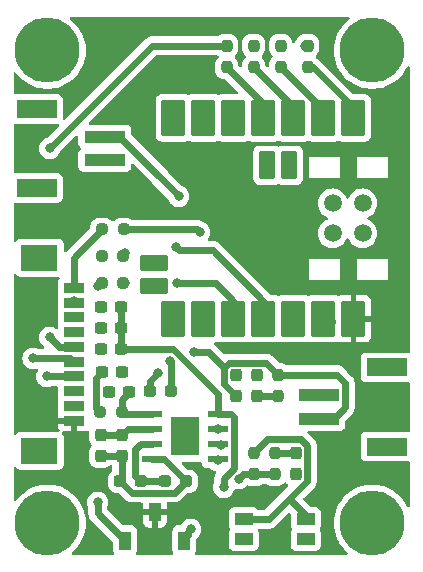
<source format=gbr>
%TF.GenerationSoftware,KiCad,Pcbnew,8.0.8*%
%TF.CreationDate,2025-04-02T15:42:23+05:30*%
%TF.ProjectId,STHDAQ_B1,53544844-4151-45f4-9231-2e6b69636164,rev?*%
%TF.SameCoordinates,Original*%
%TF.FileFunction,Copper,L1,Top*%
%TF.FilePolarity,Positive*%
%FSLAX46Y46*%
G04 Gerber Fmt 4.6, Leading zero omitted, Abs format (unit mm)*
G04 Created by KiCad (PCBNEW 8.0.8) date 2025-04-02 15:42:23*
%MOMM*%
%LPD*%
G01*
G04 APERTURE LIST*
G04 Aperture macros list*
%AMRoundRect*
0 Rectangle with rounded corners*
0 $1 Rounding radius*
0 $2 $3 $4 $5 $6 $7 $8 $9 X,Y pos of 4 corners*
0 Add a 4 corners polygon primitive as box body*
4,1,4,$2,$3,$4,$5,$6,$7,$8,$9,$2,$3,0*
0 Add four circle primitives for the rounded corners*
1,1,$1+$1,$2,$3*
1,1,$1+$1,$4,$5*
1,1,$1+$1,$6,$7*
1,1,$1+$1,$8,$9*
0 Add four rect primitives between the rounded corners*
20,1,$1+$1,$2,$3,$4,$5,0*
20,1,$1+$1,$4,$5,$6,$7,0*
20,1,$1+$1,$6,$7,$8,$9,0*
20,1,$1+$1,$8,$9,$2,$3,0*%
G04 Aperture macros list end*
%TA.AperFunction,SMDPad,CuDef*%
%ADD10RoundRect,0.237500X0.250000X0.237500X-0.250000X0.237500X-0.250000X-0.237500X0.250000X-0.237500X0*%
%TD*%
%TA.AperFunction,SMDPad,CuDef*%
%ADD11RoundRect,0.237500X-0.237500X0.250000X-0.237500X-0.250000X0.237500X-0.250000X0.237500X0.250000X0*%
%TD*%
%TA.AperFunction,SMDPad,CuDef*%
%ADD12RoundRect,0.237500X0.237500X-0.250000X0.237500X0.250000X-0.237500X0.250000X-0.237500X-0.250000X0*%
%TD*%
%TA.AperFunction,SMDPad,CuDef*%
%ADD13RoundRect,0.237500X-0.287500X-0.237500X0.287500X-0.237500X0.287500X0.237500X-0.287500X0.237500X0*%
%TD*%
%TA.AperFunction,SMDPad,CuDef*%
%ADD14RoundRect,0.237500X0.237500X-0.287500X0.237500X0.287500X-0.237500X0.287500X-0.237500X-0.287500X0*%
%TD*%
%TA.AperFunction,SMDPad,CuDef*%
%ADD15RoundRect,0.237500X-0.237500X0.287500X-0.237500X-0.287500X0.237500X-0.287500X0.237500X0.287500X0*%
%TD*%
%TA.AperFunction,SMDPad,CuDef*%
%ADD16RoundRect,0.237500X0.237500X-0.300000X0.237500X0.300000X-0.237500X0.300000X-0.237500X-0.300000X0*%
%TD*%
%TA.AperFunction,SMDPad,CuDef*%
%ADD17RoundRect,0.237500X0.300000X0.237500X-0.300000X0.237500X-0.300000X-0.237500X0.300000X-0.237500X0*%
%TD*%
%TA.AperFunction,SMDPad,CuDef*%
%ADD18RoundRect,0.237500X-0.300000X-0.237500X0.300000X-0.237500X0.300000X0.237500X-0.300000X0.237500X0*%
%TD*%
%TA.AperFunction,SMDPad,CuDef*%
%ADD19RoundRect,0.030000X-0.970000X1.470000X-0.970000X-1.470000X0.970000X-1.470000X0.970000X1.470000X0*%
%TD*%
%TA.AperFunction,SMDPad,CuDef*%
%ADD20RoundRect,0.026000X-0.624000X1.124000X-0.624000X-1.124000X0.624000X-1.124000X0.624000X1.124000X0*%
%TD*%
%TA.AperFunction,SMDPad,CuDef*%
%ADD21RoundRect,0.026000X-1.124000X0.624000X-1.124000X-0.624000X1.124000X-0.624000X1.124000X0.624000X0*%
%TD*%
%TA.AperFunction,SMDPad,CuDef*%
%ADD22C,1.500000*%
%TD*%
%TA.AperFunction,ComponentPad*%
%ADD23C,3.600000*%
%TD*%
%TA.AperFunction,ConnectorPad*%
%ADD24C,5.500000*%
%TD*%
%TA.AperFunction,SMDPad,CuDef*%
%ADD25R,1.701800X0.812800*%
%TD*%
%TA.AperFunction,SMDPad,CuDef*%
%ADD26R,3.098800X2.209800*%
%TD*%
%TA.AperFunction,SMDPad,CuDef*%
%ADD27R,1.750000X0.600000*%
%TD*%
%TA.AperFunction,SMDPad,CuDef*%
%ADD28R,2.410000X3.300000*%
%TD*%
%TA.AperFunction,SMDPad,CuDef*%
%ADD29R,1.550000X1.000000*%
%TD*%
%TA.AperFunction,SMDPad,CuDef*%
%ADD30R,3.400000X1.500000*%
%TD*%
%TA.AperFunction,SMDPad,CuDef*%
%ADD31R,3.500000X1.000000*%
%TD*%
%TA.AperFunction,SMDPad,CuDef*%
%ADD32R,1.000000X1.600000*%
%TD*%
%TA.AperFunction,ViaPad*%
%ADD33C,0.800000*%
%TD*%
%TA.AperFunction,ViaPad*%
%ADD34C,0.600000*%
%TD*%
%TA.AperFunction,Conductor*%
%ADD35C,0.600000*%
%TD*%
G04 APERTURE END LIST*
D10*
%TO.P,R11,1*%
%TO.N,Net-(U2-D10{slash}MOSI)*%
X147466334Y-72136000D03*
%TO.P,R11,2*%
%TO.N,/DIN*%
X145641334Y-72136000D03*
%TD*%
%TO.P,R10,1*%
%TO.N,Net-(U2-D9{slash}MISO)*%
X147470500Y-74422000D03*
%TO.P,R10,2*%
%TO.N,/DOUT*%
X145645500Y-74422000D03*
%TD*%
%TO.P,R9,1*%
%TO.N,Net-(U2-D8{slash}SCK)*%
X147478832Y-69850000D03*
%TO.P,R9,2*%
%TO.N,/SCLK*%
X145653832Y-69850000D03*
%TD*%
D11*
%TO.P,R8,1*%
%TO.N,BAT*%
X160528000Y-82145500D03*
%TO.P,R8,2*%
%TO.N,Net-(C7-Pad1)*%
X160528000Y-83970500D03*
%TD*%
D12*
%TO.P,R7,1*%
%TO.N,Net-(U1-KEY)*%
X158522000Y-90589500D03*
%TO.P,R7,2*%
%TO.N,Net-(R7-Pad2)*%
X158522000Y-88764500D03*
%TD*%
%TO.P,R6,1*%
%TO.N,Net-(U1-KEY)*%
X160274000Y-90574500D03*
%TO.P,R6,2*%
%TO.N,Net-(D5-A)*%
X160274000Y-88749500D03*
%TD*%
D11*
%TO.P,R5,1*%
%TO.N,/RESET*%
X156210000Y-54313166D03*
%TO.P,R5,2*%
%TO.N,Net-(U2-A3{slash}D3)*%
X156210000Y-56138166D03*
%TD*%
%TO.P,R4,1*%
%TO.N,/SYNC{slash}PDWN*%
X158496000Y-54304834D03*
%TO.P,R4,2*%
%TO.N,Net-(U2-A2{slash}D2)*%
X158496000Y-56129834D03*
%TD*%
%TO.P,R3,1*%
%TO.N,/CS*%
X160782000Y-54292336D03*
%TO.P,R3,2*%
%TO.N,Net-(U2-A1{slash}D1)*%
X160782000Y-56117336D03*
%TD*%
%TO.P,R2,1*%
%TO.N,/DRDY*%
X163068000Y-54309000D03*
%TO.P,R2,2*%
%TO.N,Net-(U2-A0{slash}D0)*%
X163068000Y-56134000D03*
%TD*%
D10*
%TO.P,R1,2*%
%TO.N,Net-(C1-Pad1)*%
X145495000Y-85344000D03*
%TO.P,R1,1*%
%TO.N,B_VIN*%
X147320000Y-85344000D03*
%TD*%
D13*
%TO.P,L1,1,1*%
%TO.N,Net-(U1-SW)*%
X149747000Y-83566000D03*
%TO.P,L1,2,2*%
%TO.N,BAT*%
X151497000Y-83566000D03*
%TD*%
D14*
%TO.P,D5,1,K*%
%TO.N,Earth*%
X162052000Y-90537000D03*
%TO.P,D5,2,A*%
%TO.N,Net-(D5-A)*%
X162052000Y-88787000D03*
%TD*%
D13*
%TO.P,D4,1,K*%
%TO.N,Net-(D3-A)*%
X151017000Y-91186000D03*
%TO.P,D4,2,A*%
%TO.N,Net-(D1-K)*%
X152767000Y-91186000D03*
%TD*%
%TO.P,D3,1,K*%
%TO.N,Net-(D1-K)*%
X147207000Y-91186000D03*
%TO.P,D3,2,A*%
%TO.N,Net-(D3-A)*%
X148957000Y-91186000D03*
%TD*%
D15*
%TO.P,D2,1,K*%
%TO.N,Net-(D1-A)*%
X145542000Y-87263000D03*
%TO.P,D2,2,A*%
%TO.N,Net-(D1-K)*%
X145542000Y-89013000D03*
%TD*%
D14*
%TO.P,D1,1,K*%
%TO.N,Net-(D1-K)*%
X147320000Y-89013000D03*
%TO.P,D1,2,A*%
%TO.N,Net-(D1-A)*%
X147320000Y-87263000D03*
%TD*%
D16*
%TO.P,C7,1*%
%TO.N,Net-(C7-Pad1)*%
X158750000Y-83925500D03*
%TO.P,C7,2*%
%TO.N,Earth*%
X158750000Y-82200500D03*
%TD*%
D17*
%TO.P,C6,2*%
%TO.N,Earth*%
X145545000Y-78232000D03*
%TO.P,C6,1*%
%TO.N,B_VOUT*%
X147270000Y-78232000D03*
%TD*%
D16*
%TO.P,C5,1*%
%TO.N,BAT*%
X156972000Y-83925500D03*
%TO.P,C5,2*%
%TO.N,Earth*%
X156972000Y-82200500D03*
%TD*%
D17*
%TO.P,C4,2*%
%TO.N,Earth*%
X145530000Y-76454000D03*
%TO.P,C4,1*%
%TO.N,B_VOUT*%
X147255000Y-76454000D03*
%TD*%
%TO.P,C3,2*%
%TO.N,Earth*%
X145545000Y-80010000D03*
%TO.P,C3,1*%
%TO.N,B_VOUT*%
X147270000Y-80010000D03*
%TD*%
%TO.P,C2,2*%
%TO.N,Earth*%
X146203500Y-83662000D03*
%TO.P,C2,1*%
%TO.N,B_VIN*%
X147928500Y-83662000D03*
%TD*%
D18*
%TO.P,C1,2*%
%TO.N,Earth*%
X147358500Y-81935000D03*
%TO.P,C1,1*%
%TO.N,Net-(C1-Pad1)*%
X145633500Y-81935000D03*
%TD*%
D19*
%TO.P,U2,0,A0/D0*%
%TO.N,Net-(U2-A0{slash}D0)*%
X166940500Y-60412500D03*
%TO.P,U2,1,A1/D1*%
%TO.N,Net-(U2-A1{slash}D1)*%
X164400500Y-60412500D03*
%TO.P,U2,2,A2/D2*%
%TO.N,Net-(U2-A2{slash}D2)*%
X161860500Y-60412500D03*
%TO.P,U2,3,A3/D3*%
%TO.N,Net-(U2-A3{slash}D3)*%
X159320500Y-60412500D03*
%TO.P,U2,3V3,3V3*%
%TO.N,unconnected-(U2-Pad3V3)*%
X161860500Y-77412500D03*
%TO.P,U2,4,A4/D4*%
%TO.N,unconnected-(U2-A4{slash}D4-Pad4)*%
X156780500Y-60412500D03*
%TO.P,U2,5,A5/D5*%
%TO.N,unconnected-(U2-A5{slash}D5-Pad5)*%
X154240500Y-60412500D03*
%TO.P,U2,6,D6/TX*%
%TO.N,unconnected-(U2-D6{slash}TX-Pad6)*%
X151700500Y-60412500D03*
%TO.P,U2,7,D7/RX*%
%TO.N,unconnected-(U2-D7{slash}RX-Pad7)*%
X151700500Y-77412500D03*
%TO.P,U2,8,D8/SCK*%
%TO.N,Net-(U2-D8{slash}SCK)*%
X154240500Y-77412500D03*
%TO.P,U2,9,D9/MISO*%
%TO.N,Net-(U2-D9{slash}MISO)*%
X156780500Y-77412500D03*
%TO.P,U2,10,D10/MOSI*%
%TO.N,Net-(U2-D10{slash}MOSI)*%
X159320500Y-77412500D03*
D20*
%TO.P,U2,BAT_N,BAT-*%
%TO.N,unconnected-(U2-BAT--PadBAT_N)*%
X161520500Y-64412500D03*
%TO.P,U2,BAT_P,BAT+*%
%TO.N,unconnected-(U2-BAT+-PadBAT_P)*%
X159620500Y-64412500D03*
D19*
%TO.P,U2,GND,GND*%
%TO.N,Earth*%
X164400500Y-77412500D03*
D21*
%TO.P,U2,NFC1,NFC1*%
%TO.N,unconnected-(U2-PadNFC1)*%
X150070500Y-72712500D03*
%TO.P,U2,NFC2,NFC2*%
%TO.N,unconnected-(U2-PadNFC2)*%
X150070500Y-74612500D03*
D22*
%TO.P,U2,TP1,GND__1*%
%TO.N,unconnected-(U2-GND__1-PadTP1)*%
X165170500Y-70182500D03*
%TO.P,U2,TP2,~{RST}*%
%TO.N,unconnected-(U2-~{RST}-PadTP2)*%
X165170500Y-67642500D03*
%TO.P,U2,TP3,CLK*%
%TO.N,unconnected-(U2-CLK-PadTP3)*%
X167710500Y-70182500D03*
%TO.P,U2,TP5,DIO*%
%TO.N,unconnected-(U2-DIO-PadTP5)*%
X167710500Y-67642500D03*
D19*
%TO.P,U2,VUSB,VUSB*%
%TO.N,5VCC*%
X166940500Y-77412500D03*
%TD*%
D23*
%TO.P,H1,1*%
%TO.N,N/C*%
X168530000Y-54705000D03*
D24*
X168530000Y-54705000D03*
%TD*%
D23*
%TO.P,H2,1*%
%TO.N,N/C*%
X141030000Y-54705000D03*
D24*
X141030000Y-54705000D03*
%TD*%
D25*
%TO.P,J1,1,1*%
%TO.N,/SCLK*%
X143256000Y-74796000D03*
%TO.P,J1,2,2*%
%TO.N,/DIN*%
X143256000Y-76046000D03*
%TO.P,J1,3,3*%
%TO.N,/DOUT*%
X143256000Y-77296000D03*
%TO.P,J1,4,4*%
%TO.N,/DRDY*%
X143256000Y-78546000D03*
%TO.P,J1,5,5*%
%TO.N,/CS*%
X143256000Y-79796000D03*
%TO.P,J1,6,6*%
%TO.N,/RESET*%
X143256000Y-81046000D03*
%TO.P,J1,7,7*%
%TO.N,/SYNC{slash}PDWN*%
X143256000Y-82296000D03*
%TO.P,J1,8,8*%
%TO.N,unconnected-(J1-Pad8)*%
X143256000Y-83546000D03*
%TO.P,J1,9,9*%
%TO.N,Earth*%
X143256000Y-84796000D03*
%TO.P,J1,10,10*%
%TO.N,5VCC*%
X143256000Y-86046000D03*
D26*
%TO.P,J1,11*%
%TO.N,N/C*%
X140356001Y-88596000D03*
%TO.P,J1,12*%
X140356001Y-72246000D03*
%TD*%
D27*
%TO.P,U1,1,VIN*%
%TO.N,B_VIN*%
X149854000Y-85471000D03*
%TO.P,U1,2,LED1*%
%TO.N,Net-(D1-A)*%
X149854000Y-86741000D03*
%TO.P,U1,3,LED2*%
%TO.N,Net-(D3-A)*%
X149854000Y-88011000D03*
%TO.P,U1,4,LED3*%
%TO.N,Net-(D1-K)*%
X149854000Y-89281000D03*
%TO.P,U1,5,KEY*%
%TO.N,Net-(U1-KEY)*%
X155454000Y-89281000D03*
%TO.P,U1,6,BAT*%
%TO.N,BAT*%
X155454000Y-88011000D03*
%TO.P,U1,7,SW*%
%TO.N,Net-(U1-SW)*%
X155454000Y-86741000D03*
%TO.P,U1,8,VOUT*%
%TO.N,B_VOUT*%
X155454000Y-85471000D03*
D28*
%TO.P,U1,EXP,GND*%
%TO.N,Earth*%
X152654000Y-87376000D03*
%TD*%
D29*
%TO.P,SW1,1,1*%
%TO.N,Net-(R7-Pad2)*%
X157649000Y-94392000D03*
X162899000Y-94392000D03*
%TO.P,SW1,2,2*%
%TO.N,Earth*%
X157649000Y-96092000D03*
X162899000Y-96092000D03*
%TD*%
D30*
%TO.P,P2,P2*%
%TO.N,N/C*%
X140127000Y-66342000D03*
%TO.P,P2,P1*%
X140127000Y-59642000D03*
D31*
%TO.P,P2,2,2*%
%TO.N,Earth*%
X145877000Y-63992000D03*
%TO.P,P2,1,1*%
%TO.N,BAT*%
X145877000Y-61992000D03*
%TD*%
D32*
%TO.P,S1,1*%
%TO.N,B_VIN*%
X147614000Y-96196000D03*
%TO.P,S1,2*%
%TO.N,5VCC*%
X150114000Y-93796000D03*
%TO.P,S1,3*%
%TO.N,B_VOUT*%
X152614000Y-96196000D03*
%TD*%
D23*
%TO.P,H4,1*%
%TO.N,N/C*%
X168530000Y-94705000D03*
D24*
X168530000Y-94705000D03*
%TD*%
D31*
%TO.P,P1,1,1*%
%TO.N,BAT*%
X164003000Y-85890000D03*
%TO.P,P1,2,2*%
%TO.N,Earth*%
X164003000Y-83890000D03*
D30*
%TO.P,P1,P1*%
%TO.N,N/C*%
X169753000Y-88240000D03*
%TO.P,P1,P2*%
X169753000Y-81540000D03*
%TD*%
D23*
%TO.P,H3,1*%
%TO.N,N/C*%
X141030000Y-94705000D03*
D24*
X141030000Y-94705000D03*
%TD*%
D33*
%TO.N,B_VOUT*%
X155956000Y-91694000D03*
X153162000Y-95250000D03*
%TO.N,/DRDY*%
X143256000Y-78546000D03*
X162814000Y-54356000D03*
%TO.N,/CS*%
X160782000Y-54356000D03*
X141224000Y-78994000D03*
%TO.N,/RESET*%
X139816000Y-80772000D03*
X141224000Y-62992000D03*
%TO.N,/SYNC{slash}PDWN*%
X158496000Y-54304834D03*
X140970000Y-82296000D03*
%TO.N,Net-(U2-D8{slash}SCK)*%
X154240500Y-77412500D03*
X153924000Y-70104000D03*
%TO.N,Net-(U2-D10{slash}MOSI)*%
X147574000Y-71882000D03*
X151892000Y-71374000D03*
%TO.N,Net-(U2-D9{slash}MISO)*%
X152008000Y-74422000D03*
X147574000Y-74422000D03*
%TO.N,/DOUT*%
X143256000Y-77296000D03*
X145288000Y-74676000D03*
%TO.N,/DIN*%
X145641334Y-72136000D03*
X143256000Y-75946000D03*
%TO.N,BAT*%
X153416000Y-80264000D03*
%TO.N,B_VIN*%
X145288000Y-92964000D03*
X147320000Y-85344000D03*
%TO.N,BAT*%
X156972000Y-83925500D03*
X155702000Y-88138000D03*
%TO.N,Net-(U1-KEY)*%
X157238397Y-90944397D03*
X155448000Y-89408000D03*
%TO.N,Net-(U1-SW)*%
X155455397Y-86739603D03*
X150368000Y-82042000D03*
%TO.N,BAT*%
X152146000Y-67056000D03*
X151384000Y-81026000D03*
D34*
%TO.N,Earth*%
X162814000Y-96012000D03*
X156972000Y-82200500D03*
X157649000Y-96092000D03*
X158750000Y-82200500D03*
X145796000Y-63992000D03*
X143256000Y-84796000D03*
X165180000Y-77700000D03*
X162052000Y-90537000D03*
X146203500Y-83662000D03*
X147358500Y-81925000D03*
X145545000Y-80010000D03*
X164290000Y-83790000D03*
X145545000Y-78232000D03*
X145530000Y-76454000D03*
X152654000Y-87376000D03*
%TD*%
D35*
%TO.N,B_VOUT*%
X155956000Y-90954000D02*
X156829000Y-90081000D01*
X155956000Y-91694000D02*
X155956000Y-90954000D01*
X152614000Y-95798000D02*
X153162000Y-95250000D01*
X152614000Y-96196000D02*
X152614000Y-95798000D01*
X152614000Y-96196000D02*
X152614000Y-96052000D01*
X152614000Y-96052000D02*
X152908000Y-95758000D01*
X156829000Y-90081000D02*
X156829000Y-85709000D01*
X156829000Y-85709000D02*
X156591000Y-85471000D01*
X156591000Y-85471000D02*
X155454000Y-85471000D01*
%TO.N,B_VIN*%
X145288000Y-92964000D02*
X145288000Y-93870000D01*
X145288000Y-93870000D02*
X147614000Y-96196000D01*
%TO.N,Net-(C7-Pad1)*%
X160483000Y-83925500D02*
X160528000Y-83970500D01*
X158750000Y-83925500D02*
X160483000Y-83925500D01*
%TO.N,Net-(C1-Pad1)*%
X145166000Y-85015000D02*
X145495000Y-85344000D01*
X145633500Y-81935000D02*
X145166000Y-82402500D01*
X145166000Y-82402500D02*
X145166000Y-85015000D01*
%TO.N,B_VIN*%
X147320000Y-84270500D02*
X147928500Y-83662000D01*
X147320000Y-85344000D02*
X147320000Y-84270500D01*
%TO.N,/DRDY*%
X162861000Y-54309000D02*
X162814000Y-54356000D01*
X163068000Y-54309000D02*
X162861000Y-54309000D01*
%TO.N,/CS*%
X142026000Y-79796000D02*
X141224000Y-78994000D01*
X143256000Y-79796000D02*
X142026000Y-79796000D01*
%TO.N,/RESET*%
X142982000Y-80772000D02*
X143256000Y-81046000D01*
X139816000Y-80772000D02*
X142982000Y-80772000D01*
%TO.N,/SYNC{slash}PDWN*%
X140970000Y-82296000D02*
X143256000Y-82296000D01*
%TO.N,/RESET*%
X149902834Y-54313166D02*
X141224000Y-62992000D01*
X156210000Y-54313166D02*
X149902834Y-54313166D01*
%TO.N,Net-(U2-D8{slash}SCK)*%
X153670000Y-69850000D02*
X153924000Y-70104000D01*
X147478832Y-69850000D02*
X153670000Y-69850000D01*
%TO.N,Net-(U2-D10{slash}MOSI)*%
X159320500Y-75912501D02*
X159320500Y-77412500D01*
X152146000Y-71628000D02*
X155035999Y-71628000D01*
X155035999Y-71628000D02*
X159320500Y-75912501D01*
X151892000Y-71374000D02*
X152146000Y-71628000D01*
X147466334Y-71989666D02*
X147574000Y-71882000D01*
X147466334Y-72136000D02*
X147466334Y-71989666D01*
%TO.N,Net-(U2-D9{slash}MISO)*%
X156780500Y-75912501D02*
X156780500Y-77412500D01*
X155289999Y-74422000D02*
X156780500Y-75912501D01*
X152008000Y-74422000D02*
X155289999Y-74422000D01*
X147470500Y-74422000D02*
X147574000Y-74422000D01*
%TO.N,BAT*%
X147127000Y-61992000D02*
X145877000Y-61992000D01*
X150622000Y-65487000D02*
X147127000Y-61992000D01*
X150622000Y-65532000D02*
X150622000Y-65487000D01*
X152146000Y-67056000D02*
X150622000Y-65532000D01*
%TO.N,/DOUT*%
X145542000Y-74422000D02*
X145288000Y-74676000D01*
X145645500Y-74422000D02*
X145542000Y-74422000D01*
%TO.N,/DIN*%
X143256000Y-76046000D02*
X143256000Y-75946000D01*
%TO.N,/SCLK*%
X143256000Y-72247832D02*
X145653832Y-69850000D01*
X143256000Y-74796000D02*
X143256000Y-72247832D01*
%TO.N,Net-(U2-A3{slash}D3)*%
X159320500Y-59248666D02*
X159320500Y-60412500D01*
X156210000Y-56138166D02*
X159320500Y-59248666D01*
%TO.N,Net-(U2-A2{slash}D2)*%
X158496000Y-56129834D02*
X161860500Y-59494334D01*
X161860500Y-59494334D02*
X161860500Y-60412500D01*
%TO.N,Net-(U2-A1{slash}D1)*%
X164400500Y-59735836D02*
X164400500Y-60412500D01*
X160782000Y-56117336D02*
X164400500Y-59735836D01*
%TO.N,Net-(U2-A0{slash}D0)*%
X166940500Y-59531500D02*
X166940500Y-60412500D01*
X163068000Y-56134000D02*
X163543000Y-56134000D01*
X163543000Y-56134000D02*
X166940500Y-59531500D01*
%TO.N,BAT*%
X154672564Y-80264000D02*
X153416000Y-80264000D01*
X155997000Y-81588436D02*
X154672564Y-80264000D01*
X155575000Y-88011000D02*
X155702000Y-88138000D01*
X155454000Y-88011000D02*
X155575000Y-88011000D01*
X159545500Y-81163000D02*
X160528000Y-82145500D01*
X155997000Y-82950500D02*
X155997000Y-81588436D01*
X156972000Y-83925500D02*
X155997000Y-82950500D01*
X155997000Y-81588436D02*
X156422436Y-81163000D01*
X156422436Y-81163000D02*
X159545500Y-81163000D01*
X166253000Y-82890000D02*
X165508500Y-82145500D01*
X166253000Y-84890000D02*
X166253000Y-82890000D01*
X165508500Y-82145500D02*
X160528000Y-82145500D01*
X164003000Y-85890000D02*
X165253000Y-85890000D01*
X165253000Y-85890000D02*
X166253000Y-84890000D01*
%TO.N,Net-(R7-Pad2)*%
X162899000Y-94065000D02*
X161498782Y-92664782D01*
X162899000Y-94392000D02*
X162899000Y-94065000D01*
X159771564Y-94392000D02*
X161498782Y-92664782D01*
X161498782Y-92664782D02*
X163027000Y-91136564D01*
X159656500Y-87630000D02*
X158522000Y-88764500D01*
X163027000Y-88187436D02*
X162469564Y-87630000D01*
X162469564Y-87630000D02*
X159656500Y-87630000D01*
X163027000Y-91136564D02*
X163027000Y-88187436D01*
X157649000Y-94392000D02*
X159771564Y-94392000D01*
%TO.N,Net-(U1-KEY)*%
X157593294Y-90589500D02*
X157238397Y-90944397D01*
X158522000Y-90589500D02*
X157593294Y-90589500D01*
%TO.N,Net-(D5-A)*%
X162014500Y-88749500D02*
X162052000Y-88787000D01*
X160274000Y-88749500D02*
X162014500Y-88749500D01*
%TO.N,Net-(U1-KEY)*%
X160259000Y-90589500D02*
X160274000Y-90574500D01*
X158522000Y-90589500D02*
X160259000Y-90589500D01*
%TO.N,B_VOUT*%
X147270000Y-76469000D02*
X147255000Y-76454000D01*
X147270000Y-78232000D02*
X147270000Y-76469000D01*
X147270000Y-80010000D02*
X147270000Y-78232000D01*
X151640793Y-80010000D02*
X147270000Y-80010000D01*
X155454000Y-83823207D02*
X151640793Y-80010000D01*
X155454000Y-85471000D02*
X155454000Y-83823207D01*
%TO.N,BAT*%
X151384000Y-81026000D02*
X151497000Y-81139000D01*
X151497000Y-81139000D02*
X151497000Y-83566000D01*
%TO.N,Net-(U1-SW)*%
X149747000Y-82663000D02*
X150368000Y-82042000D01*
X149747000Y-83566000D02*
X149747000Y-82663000D01*
%TO.N,B_VIN*%
X149854000Y-85471000D02*
X147447000Y-85471000D01*
X147447000Y-85471000D02*
X147320000Y-85344000D01*
%TO.N,Net-(D1-K)*%
X147320000Y-89013000D02*
X147320000Y-91073000D01*
X147320000Y-91073000D02*
X147207000Y-91186000D01*
X145542000Y-89013000D02*
X147320000Y-89013000D01*
X148182000Y-92161000D02*
X147207000Y-91186000D01*
X152767000Y-91186000D02*
X151792000Y-92161000D01*
X151792000Y-92161000D02*
X148182000Y-92161000D01*
X150862000Y-89281000D02*
X149854000Y-89281000D01*
X152767000Y-91186000D02*
X150862000Y-89281000D01*
%TO.N,Net-(D3-A)*%
X148957000Y-91186000D02*
X151017000Y-91186000D01*
X148479000Y-90708000D02*
X148957000Y-91186000D01*
X148949000Y-88011000D02*
X148479000Y-88481000D01*
X148479000Y-88481000D02*
X148479000Y-90708000D01*
X149854000Y-88011000D02*
X148949000Y-88011000D01*
%TO.N,Net-(D1-A)*%
X145542000Y-87263000D02*
X147320000Y-87263000D01*
X147842000Y-86741000D02*
X147320000Y-87263000D01*
X149854000Y-86741000D02*
X147842000Y-86741000D01*
%TD*%
%TA.AperFunction,Conductor*%
%TO.N,5VCC*%
G36*
X166604978Y-51876185D02*
G01*
X166650733Y-51928989D01*
X166660677Y-51998147D01*
X166631652Y-52061703D01*
X166612980Y-52079216D01*
X166422589Y-52223946D01*
X166422580Y-52223954D01*
X166166685Y-52466350D01*
X165938505Y-52734983D01*
X165938498Y-52734993D01*
X165740695Y-53026730D01*
X165575597Y-53338137D01*
X165575588Y-53338155D01*
X165445127Y-53665589D01*
X165445126Y-53665591D01*
X165350834Y-54005203D01*
X165350833Y-54005206D01*
X165293808Y-54353045D01*
X165274726Y-54704997D01*
X165274726Y-54705002D01*
X165293808Y-55056954D01*
X165350833Y-55404793D01*
X165350834Y-55404796D01*
X165445126Y-55744408D01*
X165445127Y-55744410D01*
X165575588Y-56071844D01*
X165575597Y-56071862D01*
X165700926Y-56308256D01*
X165740695Y-56383269D01*
X165845889Y-56538419D01*
X165938498Y-56675006D01*
X165938505Y-56675016D01*
X166166685Y-56943649D01*
X166166686Y-56943650D01*
X166422580Y-57186046D01*
X166703182Y-57399354D01*
X167005202Y-57581074D01*
X167005206Y-57581075D01*
X167005210Y-57581078D01*
X167325088Y-57729070D01*
X167325092Y-57729070D01*
X167325099Y-57729074D01*
X167659122Y-57841619D01*
X168003355Y-57917391D01*
X168353763Y-57955500D01*
X168353769Y-57955500D01*
X168706231Y-57955500D01*
X168706237Y-57955500D01*
X169056645Y-57917391D01*
X169400878Y-57841619D01*
X169734901Y-57729074D01*
X169734908Y-57729070D01*
X169734911Y-57729070D01*
X170054789Y-57581078D01*
X170054798Y-57581074D01*
X170356818Y-57399354D01*
X170637420Y-57186046D01*
X170893314Y-56943650D01*
X171121501Y-56675008D01*
X171319305Y-56383269D01*
X171459341Y-56119134D01*
X171477945Y-56084043D01*
X171526738Y-56034034D01*
X171594823Y-56018342D01*
X171660583Y-56041952D01*
X171703140Y-56097366D01*
X171711500Y-56142126D01*
X171711500Y-80174878D01*
X171691815Y-80241917D01*
X171639011Y-80287672D01*
X171569853Y-80297616D01*
X171561332Y-80296000D01*
X171500883Y-80289501D01*
X171500881Y-80289500D01*
X171500873Y-80289500D01*
X171500864Y-80289500D01*
X168005129Y-80289500D01*
X168005123Y-80289501D01*
X167945516Y-80295908D01*
X167810671Y-80346202D01*
X167810664Y-80346206D01*
X167695455Y-80432452D01*
X167695452Y-80432455D01*
X167609206Y-80547664D01*
X167609202Y-80547671D01*
X167558908Y-80682517D01*
X167552501Y-80742116D01*
X167552500Y-80742135D01*
X167552500Y-82337870D01*
X167552501Y-82337876D01*
X167558908Y-82397483D01*
X167609202Y-82532328D01*
X167609206Y-82532335D01*
X167695452Y-82647544D01*
X167695455Y-82647547D01*
X167810664Y-82733793D01*
X167810671Y-82733797D01*
X167945517Y-82784091D01*
X167945516Y-82784091D01*
X167952444Y-82784835D01*
X168005127Y-82790500D01*
X171500872Y-82790499D01*
X171560483Y-82784091D01*
X171560482Y-82784091D01*
X171568196Y-82783262D01*
X171568377Y-82784949D01*
X171628751Y-82788185D01*
X171685424Y-82829050D01*
X171711006Y-82894068D01*
X171711500Y-82905122D01*
X171711500Y-86874878D01*
X171691815Y-86941917D01*
X171639011Y-86987672D01*
X171569853Y-86997616D01*
X171561332Y-86996000D01*
X171500883Y-86989501D01*
X171500881Y-86989500D01*
X171500873Y-86989500D01*
X171500864Y-86989500D01*
X168005129Y-86989500D01*
X168005123Y-86989501D01*
X167945516Y-86995908D01*
X167810671Y-87046202D01*
X167810664Y-87046206D01*
X167695455Y-87132452D01*
X167695452Y-87132455D01*
X167609206Y-87247664D01*
X167609202Y-87247671D01*
X167558908Y-87382517D01*
X167552501Y-87442116D01*
X167552500Y-87442135D01*
X167552500Y-89037870D01*
X167552501Y-89037876D01*
X167558908Y-89097483D01*
X167609202Y-89232328D01*
X167609206Y-89232335D01*
X167695452Y-89347544D01*
X167695455Y-89347547D01*
X167810664Y-89433793D01*
X167810671Y-89433797D01*
X167945517Y-89484091D01*
X167945516Y-89484091D01*
X167952444Y-89484835D01*
X168005127Y-89490500D01*
X171500872Y-89490499D01*
X171560483Y-89484091D01*
X171560482Y-89484091D01*
X171568196Y-89483262D01*
X171568377Y-89484949D01*
X171628751Y-89488185D01*
X171685424Y-89529050D01*
X171711006Y-89594068D01*
X171711500Y-89605122D01*
X171711500Y-93267873D01*
X171691815Y-93334912D01*
X171639011Y-93380667D01*
X171569853Y-93390611D01*
X171506297Y-93361586D01*
X171477945Y-93325956D01*
X171319304Y-93026730D01*
X171121501Y-92734992D01*
X171121497Y-92734987D01*
X171121494Y-92734983D01*
X170893314Y-92466350D01*
X170788313Y-92366888D01*
X170637420Y-92223954D01*
X170637413Y-92223948D01*
X170637410Y-92223946D01*
X170356815Y-92010644D01*
X170054802Y-91828928D01*
X170054789Y-91828921D01*
X169734911Y-91680929D01*
X169734906Y-91680928D01*
X169734903Y-91680927D01*
X169734901Y-91680926D01*
X169558305Y-91621424D01*
X169400880Y-91568381D01*
X169056643Y-91492608D01*
X168706238Y-91454500D01*
X168706237Y-91454500D01*
X168353763Y-91454500D01*
X168353761Y-91454500D01*
X168003356Y-91492608D01*
X167659119Y-91568381D01*
X167325093Y-91680928D01*
X167325088Y-91680929D01*
X167005210Y-91828921D01*
X167005197Y-91828928D01*
X166703184Y-92010644D01*
X166422589Y-92223946D01*
X166422580Y-92223954D01*
X166166685Y-92466350D01*
X165938505Y-92734983D01*
X165938498Y-92734993D01*
X165740695Y-93026730D01*
X165575597Y-93338137D01*
X165575588Y-93338155D01*
X165445127Y-93665589D01*
X165445126Y-93665591D01*
X165350834Y-94005203D01*
X165350833Y-94005206D01*
X165293808Y-94353045D01*
X165274726Y-94704997D01*
X165274726Y-94705002D01*
X165293808Y-95056954D01*
X165350833Y-95404793D01*
X165350834Y-95404796D01*
X165445126Y-95744408D01*
X165445127Y-95744410D01*
X165575588Y-96071844D01*
X165575597Y-96071862D01*
X165691914Y-96291259D01*
X165740695Y-96383269D01*
X165914676Y-96639872D01*
X165938498Y-96675006D01*
X165938505Y-96675016D01*
X166166685Y-96943649D01*
X166166686Y-96943650D01*
X166422580Y-97186046D01*
X166422583Y-97186048D01*
X166422586Y-97186051D01*
X166424503Y-97187680D01*
X166424828Y-97188175D01*
X166425019Y-97188356D01*
X166424976Y-97188401D01*
X166462849Y-97246087D01*
X166463530Y-97315953D01*
X166426331Y-97375097D01*
X166363061Y-97404740D01*
X166344218Y-97406180D01*
X153673786Y-97406180D01*
X153606747Y-97386495D01*
X153560992Y-97333691D01*
X153551048Y-97264533D01*
X153557604Y-97238847D01*
X153608091Y-97103482D01*
X153609961Y-97086091D01*
X153614500Y-97043873D01*
X153614499Y-96168833D01*
X153623938Y-96121381D01*
X153666206Y-96019337D01*
X153707883Y-95966471D01*
X153767871Y-95922888D01*
X153894533Y-95782216D01*
X153989179Y-95618284D01*
X154047674Y-95438256D01*
X154067460Y-95250000D01*
X154047674Y-95061744D01*
X153989179Y-94881716D01*
X153894533Y-94717784D01*
X153767871Y-94577112D01*
X153767870Y-94577111D01*
X153614734Y-94465851D01*
X153614729Y-94465848D01*
X153441807Y-94388857D01*
X153441802Y-94388855D01*
X153296001Y-94357865D01*
X153256646Y-94349500D01*
X153067354Y-94349500D01*
X153050676Y-94353045D01*
X152882197Y-94388855D01*
X152882192Y-94388857D01*
X152709270Y-94465848D01*
X152709265Y-94465851D01*
X152556129Y-94577111D01*
X152429465Y-94717785D01*
X152362658Y-94833500D01*
X152312091Y-94881716D01*
X152255272Y-94895500D01*
X152066130Y-94895500D01*
X152066123Y-94895501D01*
X152006516Y-94901908D01*
X151871671Y-94952202D01*
X151871664Y-94952206D01*
X151756455Y-95038452D01*
X151756452Y-95038455D01*
X151670206Y-95153664D01*
X151670202Y-95153671D01*
X151619908Y-95288517D01*
X151613501Y-95348116D01*
X151613501Y-95348123D01*
X151613500Y-95348135D01*
X151613500Y-97043870D01*
X151613501Y-97043876D01*
X151619908Y-97103483D01*
X151670396Y-97238847D01*
X151675380Y-97308539D01*
X151641895Y-97369862D01*
X151580571Y-97403346D01*
X151554214Y-97406180D01*
X148673786Y-97406180D01*
X148606747Y-97386495D01*
X148560992Y-97333691D01*
X148551048Y-97264533D01*
X148557604Y-97238847D01*
X148608091Y-97103482D01*
X148609961Y-97086091D01*
X148614500Y-97043873D01*
X148614499Y-95348128D01*
X148608091Y-95288517D01*
X148590741Y-95242000D01*
X148557797Y-95153671D01*
X148557793Y-95153664D01*
X148471547Y-95038455D01*
X148471544Y-95038452D01*
X148356335Y-94952206D01*
X148356328Y-94952202D01*
X148221482Y-94901908D01*
X148221483Y-94901908D01*
X148161883Y-94895501D01*
X148161881Y-94895500D01*
X148161873Y-94895500D01*
X148161865Y-94895500D01*
X147496940Y-94895500D01*
X147429901Y-94875815D01*
X147409259Y-94859181D01*
X147193922Y-94643844D01*
X149114000Y-94643844D01*
X149120401Y-94703372D01*
X149120403Y-94703379D01*
X149170645Y-94838086D01*
X149170649Y-94838093D01*
X149256809Y-94953187D01*
X149256812Y-94953190D01*
X149371906Y-95039350D01*
X149371913Y-95039354D01*
X149506620Y-95089596D01*
X149506627Y-95089598D01*
X149566155Y-95095999D01*
X149566172Y-95096000D01*
X149864000Y-95096000D01*
X150364000Y-95096000D01*
X150661828Y-95096000D01*
X150661844Y-95095999D01*
X150721372Y-95089598D01*
X150721379Y-95089596D01*
X150856086Y-95039354D01*
X150856093Y-95039350D01*
X150971187Y-94953190D01*
X150971190Y-94953187D01*
X151057350Y-94838093D01*
X151057354Y-94838086D01*
X151107596Y-94703379D01*
X151107598Y-94703372D01*
X151113999Y-94643844D01*
X151114000Y-94643827D01*
X151114000Y-94046000D01*
X150364000Y-94046000D01*
X150364000Y-95096000D01*
X149864000Y-95096000D01*
X149864000Y-94046000D01*
X149114000Y-94046000D01*
X149114000Y-94643844D01*
X147193922Y-94643844D01*
X146124819Y-93574741D01*
X146091334Y-93513418D01*
X146088500Y-93487060D01*
X146088500Y-93411718D01*
X146105112Y-93349720D01*
X146115179Y-93332284D01*
X146173674Y-93152256D01*
X146193460Y-92964000D01*
X146173674Y-92775744D01*
X146115179Y-92595716D01*
X146020533Y-92431784D01*
X145893871Y-92291112D01*
X145893870Y-92291111D01*
X145740734Y-92179851D01*
X145740729Y-92179848D01*
X145567807Y-92102857D01*
X145567802Y-92102855D01*
X145422001Y-92071865D01*
X145382646Y-92063500D01*
X145193354Y-92063500D01*
X145160897Y-92070398D01*
X145008197Y-92102855D01*
X145008192Y-92102857D01*
X144835270Y-92179848D01*
X144835265Y-92179851D01*
X144682129Y-92291111D01*
X144555466Y-92431785D01*
X144460821Y-92595715D01*
X144460818Y-92595722D01*
X144402327Y-92775740D01*
X144402326Y-92775744D01*
X144382540Y-92964000D01*
X144402326Y-93152256D01*
X144402327Y-93152259D01*
X144460818Y-93332277D01*
X144460819Y-93332279D01*
X144460821Y-93332284D01*
X144470887Y-93349720D01*
X144487500Y-93411718D01*
X144487500Y-93948846D01*
X144518261Y-94103489D01*
X144518264Y-94103501D01*
X144578602Y-94249172D01*
X144578609Y-94249185D01*
X144666210Y-94380288D01*
X144666213Y-94380292D01*
X146577181Y-96291259D01*
X146610666Y-96352582D01*
X146613500Y-96378940D01*
X146613500Y-97043870D01*
X146613501Y-97043876D01*
X146619908Y-97103483D01*
X146670396Y-97238847D01*
X146675380Y-97308539D01*
X146641895Y-97369862D01*
X146580571Y-97403346D01*
X146554214Y-97406180D01*
X143215782Y-97406180D01*
X143148743Y-97386495D01*
X143102988Y-97333691D01*
X143093044Y-97264533D01*
X143122069Y-97200977D01*
X143135497Y-97187680D01*
X143137413Y-97186051D01*
X143137420Y-97186046D01*
X143393314Y-96943650D01*
X143621501Y-96675008D01*
X143819305Y-96383269D01*
X143984407Y-96071854D01*
X144114871Y-95744414D01*
X144209168Y-95404788D01*
X144266191Y-95056957D01*
X144285274Y-94705000D01*
X144266191Y-94353043D01*
X144209168Y-94005212D01*
X144147892Y-93784516D01*
X144114873Y-93665591D01*
X144114872Y-93665589D01*
X143984411Y-93338155D01*
X143984402Y-93338137D01*
X143981299Y-93332284D01*
X143819305Y-93026731D01*
X143621501Y-92734992D01*
X143621497Y-92734987D01*
X143621494Y-92734983D01*
X143393314Y-92466350D01*
X143288313Y-92366888D01*
X143137420Y-92223954D01*
X143137413Y-92223948D01*
X143137410Y-92223946D01*
X142856815Y-92010644D01*
X142554802Y-91828928D01*
X142554789Y-91828921D01*
X142234911Y-91680929D01*
X142234906Y-91680928D01*
X142234903Y-91680927D01*
X142234901Y-91680926D01*
X142058305Y-91621424D01*
X141900880Y-91568381D01*
X141556643Y-91492608D01*
X141206238Y-91454500D01*
X141206237Y-91454500D01*
X140853763Y-91454500D01*
X140853761Y-91454500D01*
X140503356Y-91492608D01*
X140159119Y-91568381D01*
X139825093Y-91680928D01*
X139825088Y-91680929D01*
X139505210Y-91828921D01*
X139505197Y-91828928D01*
X139203184Y-92010644D01*
X138922589Y-92223946D01*
X138922580Y-92223954D01*
X138666685Y-92466350D01*
X138438505Y-92734983D01*
X138438497Y-92734993D01*
X138395133Y-92798952D01*
X138341219Y-92843393D01*
X138271837Y-92851631D01*
X138209015Y-92821050D01*
X138172699Y-92761360D01*
X138168500Y-92729365D01*
X138168500Y-90056229D01*
X138188185Y-89989190D01*
X138240989Y-89943435D01*
X138310147Y-89933491D01*
X138373703Y-89962516D01*
X138391762Y-89981913D01*
X138449055Y-90058446D01*
X138471287Y-90075089D01*
X138564265Y-90144693D01*
X138564272Y-90144697D01*
X138699118Y-90194991D01*
X138699117Y-90194991D01*
X138706045Y-90195735D01*
X138758728Y-90201400D01*
X141953273Y-90201399D01*
X142012884Y-90194991D01*
X142147732Y-90144696D01*
X142262947Y-90058446D01*
X142349197Y-89943231D01*
X142399492Y-89808383D01*
X142405901Y-89748773D01*
X142405900Y-87443228D01*
X142399492Y-87383617D01*
X142349197Y-87248769D01*
X142349196Y-87248768D01*
X142349194Y-87248764D01*
X142275791Y-87150711D01*
X142251373Y-87085247D01*
X142266224Y-87016974D01*
X142315629Y-86967568D01*
X142375057Y-86952400D01*
X143006000Y-86952400D01*
X143006000Y-86296000D01*
X141905100Y-86296000D01*
X141905100Y-86500244D01*
X141911501Y-86559772D01*
X141911503Y-86559779D01*
X141961745Y-86694486D01*
X141961747Y-86694488D01*
X142034960Y-86792289D01*
X142059377Y-86857753D01*
X142044526Y-86926026D01*
X141995120Y-86975432D01*
X141935693Y-86990600D01*
X138758730Y-86990600D01*
X138758724Y-86990601D01*
X138699117Y-86997008D01*
X138564272Y-87047302D01*
X138564265Y-87047306D01*
X138449056Y-87133552D01*
X138449053Y-87133555D01*
X138391766Y-87210081D01*
X138335832Y-87251952D01*
X138266141Y-87256936D01*
X138204818Y-87223450D01*
X138171334Y-87162127D01*
X138168500Y-87135770D01*
X138168500Y-73706229D01*
X138188185Y-73639190D01*
X138240989Y-73593435D01*
X138310147Y-73583491D01*
X138373703Y-73612516D01*
X138391762Y-73631913D01*
X138449055Y-73708446D01*
X138469365Y-73723650D01*
X138564265Y-73794693D01*
X138564272Y-73794697D01*
X138699118Y-73844991D01*
X138699117Y-73844991D01*
X138706045Y-73845735D01*
X138758728Y-73851400D01*
X141935070Y-73851399D01*
X142002109Y-73871084D01*
X142047864Y-73923888D01*
X142057808Y-73993046D01*
X142034337Y-74049710D01*
X141961303Y-74147269D01*
X141961302Y-74147271D01*
X141911008Y-74282117D01*
X141904601Y-74341716D01*
X141904600Y-74341735D01*
X141904600Y-75250270D01*
X141904601Y-75250276D01*
X141911008Y-75309883D01*
X141936290Y-75377667D01*
X141941274Y-75447358D01*
X141936290Y-75464331D01*
X141911009Y-75532114D01*
X141911008Y-75532116D01*
X141904601Y-75591716D01*
X141904600Y-75591735D01*
X141904600Y-76500270D01*
X141904601Y-76500276D01*
X141911008Y-76559883D01*
X141936290Y-76627667D01*
X141941274Y-76697358D01*
X141936290Y-76714331D01*
X141911009Y-76782114D01*
X141911008Y-76782116D01*
X141904601Y-76841716D01*
X141904600Y-76841735D01*
X141904600Y-77750270D01*
X141904601Y-77750276D01*
X141911008Y-77809883D01*
X141936290Y-77877667D01*
X141941274Y-77947358D01*
X141936290Y-77964331D01*
X141911009Y-78032114D01*
X141911008Y-78032116D01*
X141904601Y-78091716D01*
X141904600Y-78091735D01*
X141904600Y-78132042D01*
X141884915Y-78199081D01*
X141832111Y-78244836D01*
X141762953Y-78254780D01*
X141707715Y-78232361D01*
X141676730Y-78209849D01*
X141676728Y-78209848D01*
X141676729Y-78209848D01*
X141503807Y-78132857D01*
X141503802Y-78132855D01*
X141358001Y-78101865D01*
X141318646Y-78093500D01*
X141129354Y-78093500D01*
X141096897Y-78100398D01*
X140944197Y-78132855D01*
X140944192Y-78132857D01*
X140771270Y-78209848D01*
X140771265Y-78209851D01*
X140618129Y-78321111D01*
X140491466Y-78461785D01*
X140396821Y-78625715D01*
X140396818Y-78625722D01*
X140338327Y-78805740D01*
X140338326Y-78805744D01*
X140318540Y-78994000D01*
X140338326Y-79182256D01*
X140338327Y-79182259D01*
X140396818Y-79362277D01*
X140396821Y-79362284D01*
X140491467Y-79526216D01*
X140618129Y-79666888D01*
X140728644Y-79747182D01*
X140771310Y-79802512D01*
X140777289Y-79872125D01*
X140744683Y-79933920D01*
X140683845Y-79968277D01*
X140655759Y-79971500D01*
X140258367Y-79971500D01*
X140207931Y-79960779D01*
X140095807Y-79910857D01*
X140095802Y-79910855D01*
X139950001Y-79879865D01*
X139910646Y-79871500D01*
X139721354Y-79871500D01*
X139718414Y-79872125D01*
X139536197Y-79910855D01*
X139536192Y-79910857D01*
X139363270Y-79987848D01*
X139363265Y-79987851D01*
X139210129Y-80099111D01*
X139083466Y-80239785D01*
X138988821Y-80403715D01*
X138988821Y-80403716D01*
X138942048Y-80547669D01*
X138930326Y-80583744D01*
X138910540Y-80772000D01*
X138930326Y-80960256D01*
X138930327Y-80960259D01*
X138988818Y-81140277D01*
X138988821Y-81140284D01*
X139083467Y-81304216D01*
X139202218Y-81436102D01*
X139210129Y-81444888D01*
X139363265Y-81556148D01*
X139363270Y-81556151D01*
X139536192Y-81633142D01*
X139536197Y-81633144D01*
X139721354Y-81672500D01*
X139721355Y-81672500D01*
X139910644Y-81672500D01*
X139910646Y-81672500D01*
X140070839Y-81638450D01*
X140140504Y-81643766D01*
X140196238Y-81685903D01*
X140220343Y-81751483D01*
X140205166Y-81819684D01*
X140204006Y-81821739D01*
X140142820Y-81927718D01*
X140142818Y-81927722D01*
X140087444Y-82098147D01*
X140084326Y-82107744D01*
X140064540Y-82296000D01*
X140084326Y-82484256D01*
X140084327Y-82484259D01*
X140142818Y-82664277D01*
X140142821Y-82664284D01*
X140237467Y-82828216D01*
X140343704Y-82946204D01*
X140364129Y-82968888D01*
X140517265Y-83080148D01*
X140517270Y-83080151D01*
X140690192Y-83157142D01*
X140690197Y-83157144D01*
X140875354Y-83196500D01*
X140875355Y-83196500D01*
X141064644Y-83196500D01*
X141064646Y-83196500D01*
X141249803Y-83157144D01*
X141321999Y-83125000D01*
X141361931Y-83107221D01*
X141412367Y-83096500D01*
X141780600Y-83096500D01*
X141847639Y-83116185D01*
X141893394Y-83168989D01*
X141904600Y-83220500D01*
X141904600Y-84000270D01*
X141904601Y-84000276D01*
X141911008Y-84059883D01*
X141936290Y-84127667D01*
X141941274Y-84197358D01*
X141936290Y-84214331D01*
X141911009Y-84282114D01*
X141911008Y-84282116D01*
X141904601Y-84341716D01*
X141904600Y-84341735D01*
X141904600Y-85250270D01*
X141904601Y-85250276D01*
X141911009Y-85309885D01*
X141936556Y-85378382D01*
X141941540Y-85448074D01*
X141936557Y-85465045D01*
X141911502Y-85532221D01*
X141911501Y-85532227D01*
X141905100Y-85591755D01*
X141905100Y-85796000D01*
X143132000Y-85796000D01*
X143199039Y-85815685D01*
X143244794Y-85868489D01*
X143256000Y-85920000D01*
X143256000Y-86046000D01*
X143382000Y-86046000D01*
X143449039Y-86065685D01*
X143494794Y-86118489D01*
X143506000Y-86170000D01*
X143506000Y-86952400D01*
X144154728Y-86952400D01*
X144154744Y-86952399D01*
X144214272Y-86945998D01*
X144214279Y-86945996D01*
X144348986Y-86895754D01*
X144348990Y-86895752D01*
X144368187Y-86881381D01*
X144433651Y-86856962D01*
X144501924Y-86871812D01*
X144551331Y-86921216D01*
X144566500Y-86980646D01*
X144566500Y-87599669D01*
X144566501Y-87599687D01*
X144576825Y-87700752D01*
X144612450Y-87808260D01*
X144623330Y-87841093D01*
X144631092Y-87864515D01*
X144631093Y-87864518D01*
X144721661Y-88011351D01*
X144760629Y-88050319D01*
X144794114Y-88111642D01*
X144789130Y-88181334D01*
X144760629Y-88225681D01*
X144721661Y-88264648D01*
X144631093Y-88411481D01*
X144631092Y-88411484D01*
X144576826Y-88575247D01*
X144576826Y-88575248D01*
X144576825Y-88575248D01*
X144566500Y-88676315D01*
X144566500Y-89349669D01*
X144566501Y-89349687D01*
X144576825Y-89450752D01*
X144602771Y-89529050D01*
X144631092Y-89614516D01*
X144721660Y-89761350D01*
X144843650Y-89883340D01*
X144990484Y-89973908D01*
X145154247Y-90028174D01*
X145255323Y-90038500D01*
X145828676Y-90038499D01*
X145828684Y-90038498D01*
X145828687Y-90038498D01*
X145884030Y-90032844D01*
X145929753Y-90028174D01*
X146093516Y-89973908D01*
X146240350Y-89883340D01*
X146273871Y-89849819D01*
X146335194Y-89816334D01*
X146361552Y-89813500D01*
X146395500Y-89813500D01*
X146462539Y-89833185D01*
X146508294Y-89885989D01*
X146519500Y-89937500D01*
X146519500Y-90258920D01*
X146499815Y-90325959D01*
X146464151Y-90360970D01*
X146464317Y-90361179D01*
X146462374Y-90362715D01*
X146460602Y-90364455D01*
X146458655Y-90365655D01*
X146458649Y-90365660D01*
X146336661Y-90487648D01*
X146246093Y-90634481D01*
X146246092Y-90634484D01*
X146191826Y-90798247D01*
X146191826Y-90798248D01*
X146191825Y-90798248D01*
X146181500Y-90899315D01*
X146181500Y-91472669D01*
X146181501Y-91472687D01*
X146191825Y-91573752D01*
X146216049Y-91646852D01*
X146246092Y-91737516D01*
X146336660Y-91884350D01*
X146458650Y-92006340D01*
X146605484Y-92096908D01*
X146769247Y-92151174D01*
X146870323Y-92161500D01*
X146999058Y-92161499D01*
X147066098Y-92181183D01*
X147086740Y-92197818D01*
X147560211Y-92671289D01*
X147618287Y-92729365D01*
X147671712Y-92782790D01*
X147802814Y-92870390D01*
X147802827Y-92870397D01*
X147948498Y-92930735D01*
X147948503Y-92930737D01*
X147948507Y-92930737D01*
X147948508Y-92930738D01*
X148103154Y-92961500D01*
X148990000Y-92961500D01*
X149057039Y-92981185D01*
X149102794Y-93033989D01*
X149114000Y-93085500D01*
X149114000Y-93546000D01*
X151114000Y-93546000D01*
X151114000Y-93085500D01*
X151133685Y-93018461D01*
X151186489Y-92972706D01*
X151238000Y-92961500D01*
X151870844Y-92961500D01*
X151870845Y-92961499D01*
X152025497Y-92930737D01*
X152171179Y-92870394D01*
X152302289Y-92782789D01*
X152887259Y-92197817D01*
X152948582Y-92164333D01*
X152974940Y-92161499D01*
X153103670Y-92161499D01*
X153103676Y-92161499D01*
X153204753Y-92151174D01*
X153368516Y-92096908D01*
X153515350Y-92006340D01*
X153637340Y-91884350D01*
X153727908Y-91737516D01*
X153782174Y-91573753D01*
X153792500Y-91472677D01*
X153792499Y-90899324D01*
X153790030Y-90875158D01*
X153782174Y-90798247D01*
X153756410Y-90720498D01*
X153727908Y-90634484D01*
X153637340Y-90487650D01*
X153515350Y-90365660D01*
X153422679Y-90308500D01*
X153368518Y-90275093D01*
X153368513Y-90275091D01*
X153319712Y-90258920D01*
X153204753Y-90220826D01*
X153204751Y-90220825D01*
X153103684Y-90210500D01*
X153103677Y-90210500D01*
X152974940Y-90210500D01*
X152907901Y-90190815D01*
X152887259Y-90174181D01*
X152451258Y-89738180D01*
X152417773Y-89676857D01*
X152422757Y-89607165D01*
X152464629Y-89551232D01*
X152530093Y-89526815D01*
X152538939Y-89526499D01*
X153906871Y-89526499D01*
X153906872Y-89526499D01*
X153942370Y-89522683D01*
X154011130Y-89535090D01*
X154062266Y-89582701D01*
X154078914Y-89632719D01*
X154084908Y-89688483D01*
X154135202Y-89823328D01*
X154135206Y-89823335D01*
X154221452Y-89938544D01*
X154221455Y-89938547D01*
X154336664Y-90024793D01*
X154336671Y-90024797D01*
X154373406Y-90038498D01*
X154471517Y-90075091D01*
X154531127Y-90081500D01*
X154802680Y-90081499D01*
X154869719Y-90101183D01*
X154875565Y-90105181D01*
X154995265Y-90192148D01*
X154995270Y-90192151D01*
X155168192Y-90269142D01*
X155168193Y-90269142D01*
X155168197Y-90269144D01*
X155236726Y-90283710D01*
X155298205Y-90316900D01*
X155331982Y-90378063D01*
X155327330Y-90447777D01*
X155314045Y-90473890D01*
X155246609Y-90574814D01*
X155246602Y-90574827D01*
X155186264Y-90720498D01*
X155186261Y-90720510D01*
X155155500Y-90875153D01*
X155155500Y-91246279D01*
X155138888Y-91308277D01*
X155128821Y-91325713D01*
X155070327Y-91505740D01*
X155070326Y-91505744D01*
X155050540Y-91694000D01*
X155070326Y-91882256D01*
X155070327Y-91882259D01*
X155128818Y-92062277D01*
X155128821Y-92062284D01*
X155223467Y-92226216D01*
X155281899Y-92291111D01*
X155350129Y-92366888D01*
X155503265Y-92478148D01*
X155503270Y-92478151D01*
X155676192Y-92555142D01*
X155676197Y-92555144D01*
X155861354Y-92594500D01*
X155861355Y-92594500D01*
X156050644Y-92594500D01*
X156050646Y-92594500D01*
X156235803Y-92555144D01*
X156408730Y-92478151D01*
X156561871Y-92366888D01*
X156688533Y-92226216D01*
X156783179Y-92062284D01*
X156838042Y-91893433D01*
X156877478Y-91835760D01*
X156941837Y-91808561D01*
X156981749Y-91810462D01*
X157143751Y-91844897D01*
X157143752Y-91844897D01*
X157333041Y-91844897D01*
X157333043Y-91844897D01*
X157518200Y-91805541D01*
X157691127Y-91728548D01*
X157844268Y-91617285D01*
X157891429Y-91564906D01*
X157950915Y-91528258D01*
X158020772Y-91529587D01*
X158022545Y-91530159D01*
X158134247Y-91567174D01*
X158235323Y-91577500D01*
X158808676Y-91577499D01*
X158808684Y-91577498D01*
X158808687Y-91577498D01*
X158864030Y-91571844D01*
X158909753Y-91567174D01*
X159073516Y-91512908D01*
X159220350Y-91422340D01*
X159220352Y-91422338D01*
X159226013Y-91417862D01*
X159227775Y-91420091D01*
X159277694Y-91392834D01*
X159304052Y-91390000D01*
X159512371Y-91390000D01*
X159577466Y-91408460D01*
X159722484Y-91497908D01*
X159886247Y-91552174D01*
X159987323Y-91562500D01*
X160560676Y-91562499D01*
X160560684Y-91562498D01*
X160560687Y-91562498D01*
X160616030Y-91556844D01*
X160661753Y-91552174D01*
X160825516Y-91497908D01*
X160972350Y-91407340D01*
X161075319Y-91304371D01*
X161136642Y-91270886D01*
X161206334Y-91275870D01*
X161250681Y-91304371D01*
X161353650Y-91407340D01*
X161387476Y-91428204D01*
X161434201Y-91480152D01*
X161445424Y-91549114D01*
X161417580Y-91613197D01*
X161410061Y-91621424D01*
X160988493Y-92042993D01*
X159476305Y-93555181D01*
X159414982Y-93588666D01*
X159388624Y-93591500D01*
X158886320Y-93591500D01*
X158819281Y-93571815D01*
X158787052Y-93541809D01*
X158781548Y-93534457D01*
X158781546Y-93534454D01*
X158753446Y-93513418D01*
X158666335Y-93448206D01*
X158666328Y-93448202D01*
X158531482Y-93397908D01*
X158531483Y-93397908D01*
X158471883Y-93391501D01*
X158471881Y-93391500D01*
X158471873Y-93391500D01*
X158471864Y-93391500D01*
X156826129Y-93391500D01*
X156826123Y-93391501D01*
X156766516Y-93397908D01*
X156631671Y-93448202D01*
X156631664Y-93448206D01*
X156516455Y-93534452D01*
X156516452Y-93534455D01*
X156430206Y-93649664D01*
X156430202Y-93649671D01*
X156379908Y-93784517D01*
X156373501Y-93844116D01*
X156373501Y-93844123D01*
X156373500Y-93844135D01*
X156373500Y-94939870D01*
X156373501Y-94939876D01*
X156379908Y-94999483D01*
X156430202Y-95134328D01*
X156430203Y-95134330D01*
X156455176Y-95167690D01*
X156479592Y-95233155D01*
X156464740Y-95301428D01*
X156455176Y-95316310D01*
X156430203Y-95349669D01*
X156430202Y-95349671D01*
X156379908Y-95484517D01*
X156373501Y-95544116D01*
X156373501Y-95544123D01*
X156373500Y-95544135D01*
X156373500Y-96639870D01*
X156373501Y-96639876D01*
X156379908Y-96699483D01*
X156430202Y-96834328D01*
X156430206Y-96834335D01*
X156516452Y-96949544D01*
X156516455Y-96949547D01*
X156631664Y-97035793D01*
X156631671Y-97035797D01*
X156766517Y-97086091D01*
X156766516Y-97086091D01*
X156773444Y-97086835D01*
X156826127Y-97092500D01*
X158471872Y-97092499D01*
X158531483Y-97086091D01*
X158666331Y-97035796D01*
X158781546Y-96949546D01*
X158867796Y-96834331D01*
X158918091Y-96699483D01*
X158924500Y-96639873D01*
X158924499Y-95544128D01*
X158918091Y-95484517D01*
X158871587Y-95359833D01*
X158866603Y-95290141D01*
X158900088Y-95228818D01*
X158961411Y-95195334D01*
X158987769Y-95192500D01*
X159850408Y-95192500D01*
X159850409Y-95192499D01*
X160005061Y-95161737D01*
X160150743Y-95101394D01*
X160281853Y-95013789D01*
X161411101Y-93884539D01*
X161472424Y-93851055D01*
X161542115Y-93856039D01*
X161586463Y-93884540D01*
X161587181Y-93885258D01*
X161620666Y-93946581D01*
X161623500Y-93972939D01*
X161623500Y-94939870D01*
X161623501Y-94939876D01*
X161629908Y-94999483D01*
X161680202Y-95134328D01*
X161680203Y-95134330D01*
X161705176Y-95167690D01*
X161729592Y-95233155D01*
X161714740Y-95301428D01*
X161705176Y-95316310D01*
X161680203Y-95349669D01*
X161680202Y-95349671D01*
X161629908Y-95484517D01*
X161623501Y-95544116D01*
X161623501Y-95544123D01*
X161623500Y-95544135D01*
X161623500Y-96639870D01*
X161623501Y-96639876D01*
X161629908Y-96699483D01*
X161680202Y-96834328D01*
X161680206Y-96834335D01*
X161766452Y-96949544D01*
X161766455Y-96949547D01*
X161881664Y-97035793D01*
X161881671Y-97035797D01*
X162016517Y-97086091D01*
X162016516Y-97086091D01*
X162023444Y-97086835D01*
X162076127Y-97092500D01*
X163721872Y-97092499D01*
X163781483Y-97086091D01*
X163916331Y-97035796D01*
X164031546Y-96949546D01*
X164117796Y-96834331D01*
X164168091Y-96699483D01*
X164174500Y-96639873D01*
X164174499Y-95544128D01*
X164168091Y-95484517D01*
X164150837Y-95438256D01*
X164117797Y-95349670D01*
X164110786Y-95340305D01*
X164092823Y-95316310D01*
X164068406Y-95250849D01*
X164083257Y-95182575D01*
X164092823Y-95167690D01*
X164117796Y-95134331D01*
X164168091Y-94999483D01*
X164174500Y-94939873D01*
X164174499Y-93844128D01*
X164168091Y-93784517D01*
X164117796Y-93649669D01*
X164117795Y-93649668D01*
X164117793Y-93649664D01*
X164031547Y-93534455D01*
X164031544Y-93534452D01*
X163916335Y-93448206D01*
X163916328Y-93448202D01*
X163781482Y-93397908D01*
X163781483Y-93397908D01*
X163721883Y-93391501D01*
X163721881Y-93391500D01*
X163721873Y-93391500D01*
X163721865Y-93391500D01*
X163408939Y-93391500D01*
X163341900Y-93371815D01*
X163321258Y-93355181D01*
X162718540Y-92752463D01*
X162685055Y-92691140D01*
X162690039Y-92621448D01*
X162718540Y-92577101D01*
X163144468Y-92151174D01*
X163648789Y-91646853D01*
X163736394Y-91515743D01*
X163796738Y-91370061D01*
X163827500Y-91215406D01*
X163827500Y-91057721D01*
X163827500Y-88108594D01*
X163813877Y-88040106D01*
X163813877Y-88040103D01*
X163796739Y-87953946D01*
X163796738Y-87953939D01*
X163736394Y-87808257D01*
X163736392Y-87808254D01*
X163736390Y-87808250D01*
X163648789Y-87677147D01*
X163648786Y-87677143D01*
X163073823Y-87102180D01*
X163040338Y-87040857D01*
X163045322Y-86971165D01*
X163087194Y-86915232D01*
X163152658Y-86890815D01*
X163161504Y-86890499D01*
X165800871Y-86890499D01*
X165800872Y-86890499D01*
X165860483Y-86884091D01*
X165995331Y-86833796D01*
X166110546Y-86747546D01*
X166196796Y-86632331D01*
X166247091Y-86497483D01*
X166253500Y-86437873D01*
X166253499Y-86072938D01*
X166273183Y-86005900D01*
X166289813Y-85985263D01*
X166874789Y-85400289D01*
X166962394Y-85269179D01*
X167022738Y-85123497D01*
X167053500Y-84968842D01*
X167053500Y-84811157D01*
X167053500Y-82811158D01*
X167053500Y-82811155D01*
X167053499Y-82811153D01*
X167038112Y-82733797D01*
X167022737Y-82656503D01*
X166992769Y-82584153D01*
X166962397Y-82510827D01*
X166962390Y-82510814D01*
X166874790Y-82379712D01*
X166832948Y-82337870D01*
X166763289Y-82268211D01*
X166415092Y-81920014D01*
X166018792Y-81523713D01*
X166018788Y-81523710D01*
X165887685Y-81436109D01*
X165887672Y-81436102D01*
X165742001Y-81375764D01*
X165741989Y-81375761D01*
X165587345Y-81345000D01*
X165587342Y-81345000D01*
X161310052Y-81345000D01*
X161243013Y-81325315D01*
X161232344Y-81316718D01*
X161232013Y-81317138D01*
X161226352Y-81312661D01*
X161079518Y-81222093D01*
X161079513Y-81222091D01*
X161057685Y-81214858D01*
X160915753Y-81167826D01*
X160915751Y-81167825D01*
X160814684Y-81157500D01*
X160814677Y-81157500D01*
X160723440Y-81157500D01*
X160656401Y-81137815D01*
X160635759Y-81121181D01*
X160055792Y-80541213D01*
X160055788Y-80541210D01*
X159924685Y-80453609D01*
X159924672Y-80453602D01*
X159779001Y-80393264D01*
X159778989Y-80393261D01*
X159624345Y-80362500D01*
X159624342Y-80362500D01*
X156501278Y-80362500D01*
X156343593Y-80362500D01*
X156343590Y-80362500D01*
X156188944Y-80393261D01*
X156188934Y-80393264D01*
X156163702Y-80403716D01*
X156163701Y-80403716D01*
X156085148Y-80436253D01*
X156015678Y-80443722D01*
X155953199Y-80412446D01*
X155950015Y-80409373D01*
X155182856Y-79642213D01*
X155182854Y-79642211D01*
X155179694Y-79640100D01*
X155178412Y-79638566D01*
X155178145Y-79638347D01*
X155178186Y-79638296D01*
X155134890Y-79586487D01*
X155126184Y-79517162D01*
X155156340Y-79454135D01*
X155215784Y-79417417D01*
X155248587Y-79412999D01*
X155252031Y-79412999D01*
X155252036Y-79412999D01*
X155337285Y-79402763D01*
X155409281Y-79374371D01*
X155465010Y-79352395D01*
X155534597Y-79346113D01*
X155555990Y-79352395D01*
X155651725Y-79390147D01*
X155683715Y-79402763D01*
X155768963Y-79413000D01*
X157792036Y-79412999D01*
X157877285Y-79402763D01*
X157949281Y-79374371D01*
X158005010Y-79352395D01*
X158074597Y-79346113D01*
X158095990Y-79352395D01*
X158191725Y-79390147D01*
X158223715Y-79402763D01*
X158308963Y-79413000D01*
X160332036Y-79412999D01*
X160417285Y-79402763D01*
X160489281Y-79374371D01*
X160545010Y-79352395D01*
X160614597Y-79346113D01*
X160635990Y-79352395D01*
X160731725Y-79390147D01*
X160763715Y-79402763D01*
X160848963Y-79413000D01*
X162872036Y-79412999D01*
X162957285Y-79402763D01*
X163029281Y-79374371D01*
X163085010Y-79352395D01*
X163154597Y-79346113D01*
X163175990Y-79352395D01*
X163271725Y-79390147D01*
X163303715Y-79402763D01*
X163388963Y-79413000D01*
X165412036Y-79412999D01*
X165497285Y-79402763D01*
X165601855Y-79361525D01*
X165625691Y-79352126D01*
X165695277Y-79345844D01*
X165716670Y-79352125D01*
X165843835Y-79402271D01*
X165929012Y-79412500D01*
X166690500Y-79412500D01*
X167190500Y-79412500D01*
X167951988Y-79412500D01*
X168037163Y-79402272D01*
X168172701Y-79348823D01*
X168288789Y-79260789D01*
X168376823Y-79144701D01*
X168430272Y-79009163D01*
X168440500Y-78923987D01*
X168440500Y-77662500D01*
X167190500Y-77662500D01*
X167190500Y-79412500D01*
X166690500Y-79412500D01*
X166690500Y-77162500D01*
X167190500Y-77162500D01*
X168440500Y-77162500D01*
X168440500Y-75901012D01*
X168430272Y-75815836D01*
X168376823Y-75680298D01*
X168288789Y-75564210D01*
X168172701Y-75476176D01*
X168037163Y-75422727D01*
X167951988Y-75412500D01*
X167190500Y-75412500D01*
X167190500Y-77162500D01*
X166690500Y-77162500D01*
X166690500Y-75412500D01*
X165929012Y-75412500D01*
X165843835Y-75422728D01*
X165716670Y-75472874D01*
X165647083Y-75479155D01*
X165625691Y-75472874D01*
X165498530Y-75422728D01*
X165497285Y-75422237D01*
X165497284Y-75422236D01*
X165497282Y-75422236D01*
X165457187Y-75417421D01*
X165412037Y-75412000D01*
X165412031Y-75412000D01*
X163388969Y-75412000D01*
X163303715Y-75422237D01*
X163303711Y-75422238D01*
X163175990Y-75472605D01*
X163106403Y-75478887D01*
X163085010Y-75472605D01*
X162957286Y-75422237D01*
X162945106Y-75420774D01*
X162872037Y-75412000D01*
X162872031Y-75412000D01*
X160848969Y-75412000D01*
X160763715Y-75422237D01*
X160763711Y-75422238D01*
X160635990Y-75472605D01*
X160566403Y-75478887D01*
X160545010Y-75472605D01*
X160417286Y-75422237D01*
X160403077Y-75420530D01*
X160332037Y-75412000D01*
X160332032Y-75412000D01*
X160003440Y-75412000D01*
X159936401Y-75392315D01*
X159915759Y-75375682D01*
X159876912Y-75336835D01*
X159830789Y-75290712D01*
X158649577Y-74109500D01*
X163171500Y-74109500D01*
X165838500Y-74109500D01*
X167235500Y-74109500D01*
X169902500Y-74109500D01*
X169902500Y-72331500D01*
X167235500Y-72331500D01*
X167235500Y-74109500D01*
X165838500Y-74109500D01*
X165838500Y-72331500D01*
X163171500Y-72331500D01*
X163171500Y-74109500D01*
X158649577Y-74109500D01*
X157917789Y-73377712D01*
X155546291Y-71006213D01*
X155546287Y-71006210D01*
X155415184Y-70918609D01*
X155415171Y-70918602D01*
X155269500Y-70858264D01*
X155269488Y-70858261D01*
X155114844Y-70827500D01*
X155114841Y-70827500D01*
X154760870Y-70827500D01*
X154693831Y-70807815D01*
X154648076Y-70755011D01*
X154638132Y-70685853D01*
X154653483Y-70641501D01*
X154751176Y-70472289D01*
X154751175Y-70472289D01*
X154751179Y-70472284D01*
X154809674Y-70292256D01*
X154829460Y-70104000D01*
X154809674Y-69915744D01*
X154751179Y-69735716D01*
X154656533Y-69571784D01*
X154529871Y-69431112D01*
X154529870Y-69431111D01*
X154376734Y-69319851D01*
X154376729Y-69319848D01*
X154206702Y-69244146D01*
X154185650Y-69231151D01*
X154185354Y-69231595D01*
X154049185Y-69140609D01*
X154049172Y-69140602D01*
X153903501Y-69080264D01*
X153903489Y-69080261D01*
X153748845Y-69049500D01*
X153748842Y-69049500D01*
X148257014Y-69049500D01*
X148191917Y-69031039D01*
X148189683Y-69029661D01*
X148189682Y-69029660D01*
X148042848Y-68939092D01*
X147879085Y-68884826D01*
X147879083Y-68884825D01*
X147778010Y-68874500D01*
X147179662Y-68874500D01*
X147179644Y-68874501D01*
X147078579Y-68884825D01*
X146914816Y-68939092D01*
X146914813Y-68939093D01*
X146767980Y-69029661D01*
X146654013Y-69143629D01*
X146592690Y-69177114D01*
X146522998Y-69172130D01*
X146478651Y-69143629D01*
X146364683Y-69029661D01*
X146364682Y-69029660D01*
X146217848Y-68939092D01*
X146054085Y-68884826D01*
X146054083Y-68884825D01*
X145953010Y-68874500D01*
X145354662Y-68874500D01*
X145354644Y-68874501D01*
X145253579Y-68884825D01*
X145089816Y-68939092D01*
X145089813Y-68939093D01*
X144942980Y-69029661D01*
X144820993Y-69151648D01*
X144730425Y-69298481D01*
X144730423Y-69298486D01*
X144704862Y-69375624D01*
X144676158Y-69462247D01*
X144676158Y-69462248D01*
X144676157Y-69462248D01*
X144665832Y-69563315D01*
X144665832Y-69654559D01*
X144646147Y-69721598D01*
X144629513Y-69742240D01*
X143685901Y-70685853D01*
X142745711Y-71626043D01*
X142701294Y-71670460D01*
X142634209Y-71737544D01*
X142634208Y-71737545D01*
X142632998Y-71739357D01*
X142632119Y-71740090D01*
X142630347Y-71742251D01*
X142629937Y-71741914D01*
X142579383Y-71784159D01*
X142510058Y-71792862D01*
X142447032Y-71762704D01*
X142410316Y-71703258D01*
X142405900Y-71670460D01*
X142405900Y-71093229D01*
X142405899Y-71093223D01*
X142399492Y-71033616D01*
X142349198Y-70898771D01*
X142349194Y-70898764D01*
X142262948Y-70783555D01*
X142262945Y-70783552D01*
X142147736Y-70697306D01*
X142147729Y-70697302D01*
X142012883Y-70647008D01*
X142012884Y-70647008D01*
X141953284Y-70640601D01*
X141953282Y-70640600D01*
X141953274Y-70640600D01*
X141953265Y-70640600D01*
X138758730Y-70640600D01*
X138758724Y-70640601D01*
X138699117Y-70647008D01*
X138564272Y-70697302D01*
X138564265Y-70697306D01*
X138449056Y-70783552D01*
X138449053Y-70783555D01*
X138391766Y-70860081D01*
X138335832Y-70901952D01*
X138266141Y-70906936D01*
X138204818Y-70873450D01*
X138171334Y-70812127D01*
X138168500Y-70785770D01*
X138168500Y-67707121D01*
X138188185Y-67640082D01*
X138240989Y-67594327D01*
X138310147Y-67584383D01*
X138318675Y-67586000D01*
X138319515Y-67586090D01*
X138319517Y-67586091D01*
X138379127Y-67592500D01*
X141874872Y-67592499D01*
X141934483Y-67586091D01*
X142069331Y-67535796D01*
X142184546Y-67449546D01*
X142270796Y-67334331D01*
X142321091Y-67199483D01*
X142327500Y-67139873D01*
X142327499Y-65544128D01*
X142321091Y-65484517D01*
X142270796Y-65349669D01*
X142270795Y-65349668D01*
X142270793Y-65349664D01*
X142184547Y-65234455D01*
X142184544Y-65234452D01*
X142069335Y-65148206D01*
X142069328Y-65148202D01*
X141934482Y-65097908D01*
X141934483Y-65097908D01*
X141874883Y-65091501D01*
X141874881Y-65091500D01*
X141874873Y-65091500D01*
X141874864Y-65091500D01*
X138379129Y-65091500D01*
X138379123Y-65091501D01*
X138311804Y-65098738D01*
X138311622Y-65097053D01*
X138251231Y-65093808D01*
X138194564Y-65052934D01*
X138168992Y-64987912D01*
X138168500Y-64976877D01*
X138168500Y-61007121D01*
X138188185Y-60940082D01*
X138240989Y-60894327D01*
X138310147Y-60884383D01*
X138318675Y-60886000D01*
X138319515Y-60886090D01*
X138319517Y-60886091D01*
X138379127Y-60892500D01*
X141874872Y-60892499D01*
X141880067Y-60891940D01*
X141948826Y-60904341D01*
X141999966Y-60951948D01*
X142017250Y-61019646D01*
X141995190Y-61085942D01*
X141981010Y-61102910D01*
X140976433Y-62107487D01*
X140939189Y-62133085D01*
X140771267Y-62207850D01*
X140771265Y-62207851D01*
X140618129Y-62319111D01*
X140491466Y-62459785D01*
X140396821Y-62623715D01*
X140396818Y-62623722D01*
X140348588Y-62772160D01*
X140338326Y-62803744D01*
X140318540Y-62992000D01*
X140338326Y-63180256D01*
X140338327Y-63180259D01*
X140396818Y-63360277D01*
X140396821Y-63360284D01*
X140491467Y-63524216D01*
X140618129Y-63664888D01*
X140771265Y-63776148D01*
X140771270Y-63776151D01*
X140944192Y-63853142D01*
X140944197Y-63853144D01*
X141129354Y-63892500D01*
X141129355Y-63892500D01*
X141318644Y-63892500D01*
X141318646Y-63892500D01*
X141503803Y-63853144D01*
X141676730Y-63776151D01*
X141829871Y-63664888D01*
X141956533Y-63524216D01*
X142051179Y-63360284D01*
X142072488Y-63294700D01*
X142102734Y-63245342D01*
X143414821Y-61933255D01*
X143476142Y-61899772D01*
X143545834Y-61904756D01*
X143601767Y-61946628D01*
X143626184Y-62012092D01*
X143626500Y-62020938D01*
X143626500Y-62539870D01*
X143626501Y-62539876D01*
X143632908Y-62599483D01*
X143683202Y-62734328D01*
X143683206Y-62734335D01*
X143769452Y-62849544D01*
X143769453Y-62849544D01*
X143769454Y-62849546D01*
X143798615Y-62871376D01*
X143827145Y-62892734D01*
X143869015Y-62948668D01*
X143873999Y-63018360D01*
X143840513Y-63079683D01*
X143827145Y-63091266D01*
X143769452Y-63134455D01*
X143683206Y-63249664D01*
X143683202Y-63249671D01*
X143632908Y-63384517D01*
X143626501Y-63444116D01*
X143626500Y-63444135D01*
X143626500Y-64539870D01*
X143626501Y-64539876D01*
X143632908Y-64599483D01*
X143683202Y-64734328D01*
X143683206Y-64734335D01*
X143769452Y-64849544D01*
X143769455Y-64849547D01*
X143884664Y-64935793D01*
X143884671Y-64935797D01*
X144019517Y-64986091D01*
X144019516Y-64986091D01*
X144026444Y-64986835D01*
X144079127Y-64992500D01*
X147674872Y-64992499D01*
X147734483Y-64986091D01*
X147869331Y-64935796D01*
X147984546Y-64849546D01*
X148070796Y-64734331D01*
X148121091Y-64599483D01*
X148127500Y-64539873D01*
X148127499Y-64423937D01*
X148147183Y-64356900D01*
X148199987Y-64311145D01*
X148269145Y-64301201D01*
X148332701Y-64330225D01*
X148339180Y-64336258D01*
X149900957Y-65898035D01*
X149916378Y-65916825D01*
X150000210Y-66042288D01*
X150000213Y-66042292D01*
X151267262Y-67309340D01*
X151297512Y-67358703D01*
X151318818Y-67424277D01*
X151318821Y-67424284D01*
X151413467Y-67588216D01*
X151520530Y-67707121D01*
X151540129Y-67728888D01*
X151693265Y-67840148D01*
X151693270Y-67840151D01*
X151866192Y-67917142D01*
X151866197Y-67917144D01*
X152051354Y-67956500D01*
X152051355Y-67956500D01*
X152240644Y-67956500D01*
X152240646Y-67956500D01*
X152425803Y-67917144D01*
X152598730Y-67840151D01*
X152751871Y-67728888D01*
X152829655Y-67642500D01*
X163915223Y-67642500D01*
X163932514Y-67840148D01*
X163934293Y-67860475D01*
X163934293Y-67860479D01*
X163990922Y-68071822D01*
X163990924Y-68071826D01*
X163990925Y-68071830D01*
X164012882Y-68118916D01*
X164083397Y-68270138D01*
X164083398Y-68270139D01*
X164208902Y-68449377D01*
X164363623Y-68604098D01*
X164542860Y-68729601D01*
X164542861Y-68729602D01*
X164694083Y-68800118D01*
X164746522Y-68846290D01*
X164765674Y-68913484D01*
X164745458Y-68980365D01*
X164694083Y-69024882D01*
X164542861Y-69095398D01*
X164542857Y-69095400D01*
X164363621Y-69220902D01*
X164208902Y-69375621D01*
X164083400Y-69554857D01*
X164083398Y-69554861D01*
X163990926Y-69753168D01*
X163990922Y-69753177D01*
X163934293Y-69964520D01*
X163934293Y-69964524D01*
X163915223Y-70182497D01*
X163915223Y-70182502D01*
X163934293Y-70400475D01*
X163934293Y-70400479D01*
X163990922Y-70611822D01*
X163990924Y-70611826D01*
X163990925Y-70611830D01*
X164030781Y-70697302D01*
X164083397Y-70810138D01*
X164105556Y-70841784D01*
X164208902Y-70989377D01*
X164363623Y-71144098D01*
X164542861Y-71269602D01*
X164741170Y-71362075D01*
X164952523Y-71418707D01*
X165135426Y-71434708D01*
X165170498Y-71437777D01*
X165170500Y-71437777D01*
X165170502Y-71437777D01*
X165198754Y-71435305D01*
X165388477Y-71418707D01*
X165599830Y-71362075D01*
X165798139Y-71269602D01*
X165977377Y-71144098D01*
X166132098Y-70989377D01*
X166257602Y-70810139D01*
X166328118Y-70658914D01*
X166374290Y-70606477D01*
X166441484Y-70587325D01*
X166508365Y-70607541D01*
X166552881Y-70658914D01*
X166623398Y-70810139D01*
X166748902Y-70989377D01*
X166903623Y-71144098D01*
X167082861Y-71269602D01*
X167281170Y-71362075D01*
X167492523Y-71418707D01*
X167675426Y-71434708D01*
X167710498Y-71437777D01*
X167710500Y-71437777D01*
X167710502Y-71437777D01*
X167738754Y-71435305D01*
X167928477Y-71418707D01*
X168139830Y-71362075D01*
X168338139Y-71269602D01*
X168517377Y-71144098D01*
X168672098Y-70989377D01*
X168797602Y-70810139D01*
X168890075Y-70611830D01*
X168946707Y-70400477D01*
X168965777Y-70182500D01*
X168946707Y-69964523D01*
X168890075Y-69753170D01*
X168797602Y-69554862D01*
X168797600Y-69554859D01*
X168797599Y-69554857D01*
X168672099Y-69375624D01*
X168594956Y-69298481D01*
X168517377Y-69220902D01*
X168338139Y-69095398D01*
X168186914Y-69024881D01*
X168134477Y-68978710D01*
X168115325Y-68911516D01*
X168135541Y-68844635D01*
X168186914Y-68800118D01*
X168338139Y-68729602D01*
X168517377Y-68604098D01*
X168672098Y-68449377D01*
X168797602Y-68270139D01*
X168890075Y-68071830D01*
X168946707Y-67860477D01*
X168965777Y-67642500D01*
X168965565Y-67640082D01*
X168962069Y-67600118D01*
X168946707Y-67424523D01*
X168898405Y-67244259D01*
X168890077Y-67213177D01*
X168890076Y-67213176D01*
X168890075Y-67213170D01*
X168797602Y-67014862D01*
X168797600Y-67014859D01*
X168797599Y-67014857D01*
X168672099Y-66835624D01*
X168672096Y-66835621D01*
X168517377Y-66680902D01*
X168338139Y-66555398D01*
X168338140Y-66555398D01*
X168338138Y-66555397D01*
X168238984Y-66509161D01*
X168139830Y-66462925D01*
X168139826Y-66462924D01*
X168139822Y-66462922D01*
X167928477Y-66406293D01*
X167710502Y-66387223D01*
X167710498Y-66387223D01*
X167565182Y-66399936D01*
X167492523Y-66406293D01*
X167492520Y-66406293D01*
X167281177Y-66462922D01*
X167281168Y-66462926D01*
X167082861Y-66555398D01*
X167082857Y-66555400D01*
X166903621Y-66680902D01*
X166748902Y-66835621D01*
X166623400Y-67014857D01*
X166623398Y-67014861D01*
X166552882Y-67166083D01*
X166506709Y-67218522D01*
X166439516Y-67237674D01*
X166372635Y-67217458D01*
X166328118Y-67166083D01*
X166276785Y-67056000D01*
X166257602Y-67014862D01*
X166257600Y-67014859D01*
X166257599Y-67014857D01*
X166132099Y-66835624D01*
X166132096Y-66835621D01*
X165977377Y-66680902D01*
X165798139Y-66555398D01*
X165798140Y-66555398D01*
X165798138Y-66555397D01*
X165698984Y-66509161D01*
X165599830Y-66462925D01*
X165599826Y-66462924D01*
X165599822Y-66462922D01*
X165388477Y-66406293D01*
X165170502Y-66387223D01*
X165170498Y-66387223D01*
X165025182Y-66399936D01*
X164952523Y-66406293D01*
X164952520Y-66406293D01*
X164741177Y-66462922D01*
X164741168Y-66462926D01*
X164542861Y-66555398D01*
X164542857Y-66555400D01*
X164363621Y-66680902D01*
X164208902Y-66835621D01*
X164083400Y-67014857D01*
X164083398Y-67014861D01*
X163990926Y-67213168D01*
X163990922Y-67213177D01*
X163934293Y-67424520D01*
X163934293Y-67424524D01*
X163915435Y-67640082D01*
X163915223Y-67642500D01*
X152829655Y-67642500D01*
X152878533Y-67588216D01*
X152973179Y-67424284D01*
X153031674Y-67244256D01*
X153051460Y-67056000D01*
X153031674Y-66867744D01*
X152973179Y-66687716D01*
X152878533Y-66523784D01*
X152751871Y-66383112D01*
X152751870Y-66383111D01*
X152598734Y-66271851D01*
X152598729Y-66271848D01*
X152430809Y-66197084D01*
X152393564Y-66171486D01*
X151343041Y-65120963D01*
X151327620Y-65102173D01*
X151243790Y-64976712D01*
X151202871Y-64935793D01*
X151132289Y-64865211D01*
X149514359Y-63247281D01*
X158470000Y-63247281D01*
X158470000Y-65577718D01*
X158480160Y-65662325D01*
X158480160Y-65662326D01*
X158533257Y-65796971D01*
X158620707Y-65912292D01*
X158732502Y-65997068D01*
X158736031Y-65999744D01*
X158870672Y-66052839D01*
X158955282Y-66063000D01*
X160285718Y-66063000D01*
X160370328Y-66052839D01*
X160504969Y-65999744D01*
X160504976Y-65999737D01*
X160509727Y-65997068D01*
X160577811Y-65981371D01*
X160631273Y-65997068D01*
X160636025Y-65999740D01*
X160636031Y-65999744D01*
X160770672Y-66052839D01*
X160855282Y-66063000D01*
X162185718Y-66063000D01*
X162270328Y-66052839D01*
X162404969Y-65999744D01*
X162520292Y-65912292D01*
X162607744Y-65796969D01*
X162660839Y-65662328D01*
X162671000Y-65577718D01*
X162671000Y-65473500D01*
X163171500Y-65473500D01*
X165838500Y-65473500D01*
X167235500Y-65473500D01*
X169902500Y-65473500D01*
X169902500Y-63695500D01*
X167235500Y-63695500D01*
X167235500Y-65473500D01*
X165838500Y-65473500D01*
X165838500Y-63695500D01*
X163171500Y-63695500D01*
X163171500Y-65473500D01*
X162671000Y-65473500D01*
X162671000Y-63247282D01*
X162660839Y-63162672D01*
X162607744Y-63028031D01*
X162607742Y-63028028D01*
X162520292Y-62912707D01*
X162404971Y-62825257D01*
X162404969Y-62825256D01*
X162270328Y-62772161D01*
X162270327Y-62772160D01*
X162270325Y-62772160D01*
X162185718Y-62762000D01*
X160855282Y-62762000D01*
X160770674Y-62772160D01*
X160770673Y-62772160D01*
X160636031Y-62825256D01*
X160631273Y-62827932D01*
X160563189Y-62843629D01*
X160509727Y-62827932D01*
X160504970Y-62825257D01*
X160504969Y-62825256D01*
X160370328Y-62772161D01*
X160370327Y-62772160D01*
X160370325Y-62772160D01*
X160285718Y-62762000D01*
X158955282Y-62762000D01*
X158870674Y-62772160D01*
X158870673Y-62772160D01*
X158736028Y-62825257D01*
X158620707Y-62912707D01*
X158533257Y-63028028D01*
X158480160Y-63162673D01*
X158480160Y-63162674D01*
X158470000Y-63247281D01*
X149514359Y-63247281D01*
X148163818Y-61896740D01*
X148130333Y-61835417D01*
X148127499Y-61809059D01*
X148127499Y-61444129D01*
X148127498Y-61444123D01*
X148121091Y-61384516D01*
X148070797Y-61249671D01*
X148070793Y-61249664D01*
X147984547Y-61134455D01*
X147984544Y-61134452D01*
X147869335Y-61048206D01*
X147869328Y-61048202D01*
X147734482Y-60997908D01*
X147734483Y-60997908D01*
X147674883Y-60991501D01*
X147674881Y-60991500D01*
X147674873Y-60991500D01*
X147674865Y-60991500D01*
X144655939Y-60991500D01*
X144588900Y-60971815D01*
X144543145Y-60919011D01*
X144533201Y-60849853D01*
X144562226Y-60786297D01*
X144568258Y-60779819D01*
X150198093Y-55149985D01*
X150259416Y-55116500D01*
X150285774Y-55113666D01*
X155403948Y-55113666D01*
X155470987Y-55133351D01*
X155516742Y-55186155D01*
X155526686Y-55255313D01*
X155497661Y-55318869D01*
X155491629Y-55325347D01*
X155389661Y-55427314D01*
X155299093Y-55574147D01*
X155299092Y-55574150D01*
X155244826Y-55737913D01*
X155244826Y-55737914D01*
X155244825Y-55737914D01*
X155234500Y-55838981D01*
X155234500Y-56437335D01*
X155234501Y-56437353D01*
X155244825Y-56538418D01*
X155260898Y-56586922D01*
X155299092Y-56702182D01*
X155389660Y-56849016D01*
X155511650Y-56971006D01*
X155658484Y-57061574D01*
X155822247Y-57115840D01*
X155923323Y-57126166D01*
X156014559Y-57126165D01*
X156081597Y-57145849D01*
X156102240Y-57162484D01*
X157140075Y-58200319D01*
X157173560Y-58261642D01*
X157168576Y-58331334D01*
X157126704Y-58387267D01*
X157061240Y-58411684D01*
X157052394Y-58412000D01*
X155768969Y-58412000D01*
X155683715Y-58422237D01*
X155683711Y-58422238D01*
X155555990Y-58472605D01*
X155486403Y-58478887D01*
X155465010Y-58472605D01*
X155337286Y-58422237D01*
X155325106Y-58420774D01*
X155252037Y-58412000D01*
X155252031Y-58412000D01*
X153228969Y-58412000D01*
X153143715Y-58422237D01*
X153143711Y-58422238D01*
X153015990Y-58472605D01*
X152946403Y-58478887D01*
X152925010Y-58472605D01*
X152797286Y-58422237D01*
X152785106Y-58420774D01*
X152712037Y-58412000D01*
X152712031Y-58412000D01*
X150688969Y-58412000D01*
X150603716Y-58422236D01*
X150468050Y-58475736D01*
X150351852Y-58563852D01*
X150263736Y-58680050D01*
X150210236Y-58815717D01*
X150206825Y-58844128D01*
X150200000Y-58900963D01*
X150200000Y-58900964D01*
X150200000Y-58900968D01*
X150200000Y-61924030D01*
X150210236Y-62009283D01*
X150263736Y-62144949D01*
X150351852Y-62261147D01*
X150468050Y-62349263D01*
X150468051Y-62349263D01*
X150468052Y-62349264D01*
X150603715Y-62402763D01*
X150688963Y-62413000D01*
X152712036Y-62412999D01*
X152797285Y-62402763D01*
X152869281Y-62374371D01*
X152925010Y-62352395D01*
X152994597Y-62346113D01*
X153015990Y-62352395D01*
X153111725Y-62390147D01*
X153143715Y-62402763D01*
X153228963Y-62413000D01*
X155252036Y-62412999D01*
X155337285Y-62402763D01*
X155409281Y-62374371D01*
X155465010Y-62352395D01*
X155534597Y-62346113D01*
X155555990Y-62352395D01*
X155651725Y-62390147D01*
X155683715Y-62402763D01*
X155768963Y-62413000D01*
X157792036Y-62412999D01*
X157877285Y-62402763D01*
X157949281Y-62374371D01*
X158005010Y-62352395D01*
X158074597Y-62346113D01*
X158095990Y-62352395D01*
X158191725Y-62390147D01*
X158223715Y-62402763D01*
X158308963Y-62413000D01*
X160332036Y-62412999D01*
X160417285Y-62402763D01*
X160489281Y-62374371D01*
X160545010Y-62352395D01*
X160614597Y-62346113D01*
X160635990Y-62352395D01*
X160731725Y-62390147D01*
X160763715Y-62402763D01*
X160848963Y-62413000D01*
X162872036Y-62412999D01*
X162957285Y-62402763D01*
X163029281Y-62374371D01*
X163085010Y-62352395D01*
X163154597Y-62346113D01*
X163175990Y-62352395D01*
X163271725Y-62390147D01*
X163303715Y-62402763D01*
X163388963Y-62413000D01*
X165412036Y-62412999D01*
X165497285Y-62402763D01*
X165569281Y-62374371D01*
X165625010Y-62352395D01*
X165694597Y-62346113D01*
X165715990Y-62352395D01*
X165811725Y-62390147D01*
X165843715Y-62402763D01*
X165928963Y-62413000D01*
X167952036Y-62412999D01*
X168037285Y-62402763D01*
X168172948Y-62349264D01*
X168289147Y-62261147D01*
X168377264Y-62144948D01*
X168430763Y-62009285D01*
X168441000Y-61924037D01*
X168440999Y-58900964D01*
X168430763Y-58815715D01*
X168377264Y-58680052D01*
X168377263Y-58680051D01*
X168377263Y-58680050D01*
X168289147Y-58563852D01*
X168172949Y-58475736D01*
X168080292Y-58439197D01*
X168037285Y-58422237D01*
X168037284Y-58422236D01*
X168037282Y-58422236D01*
X167993305Y-58416955D01*
X167952037Y-58412000D01*
X167952032Y-58412000D01*
X167004440Y-58412000D01*
X166937401Y-58392315D01*
X166916759Y-58375681D01*
X164053292Y-55512213D01*
X164053288Y-55512210D01*
X163922185Y-55424609D01*
X163922176Y-55424604D01*
X163889684Y-55411146D01*
X163849456Y-55384266D01*
X163774371Y-55309181D01*
X163740886Y-55247858D01*
X163745870Y-55178166D01*
X163774371Y-55133819D01*
X163794524Y-55113666D01*
X163888340Y-55019850D01*
X163978908Y-54873016D01*
X164033174Y-54709253D01*
X164043500Y-54608177D01*
X164043499Y-54009824D01*
X164043073Y-54005658D01*
X164033174Y-53908747D01*
X164031794Y-53904582D01*
X163978908Y-53744984D01*
X163888340Y-53598150D01*
X163766350Y-53476160D01*
X163619516Y-53385592D01*
X163455753Y-53331326D01*
X163455751Y-53331325D01*
X163354678Y-53321000D01*
X162781330Y-53321000D01*
X162781312Y-53321001D01*
X162680247Y-53331325D01*
X162516484Y-53385592D01*
X162516481Y-53385593D01*
X162369648Y-53476161D01*
X162247660Y-53598149D01*
X162247657Y-53598153D01*
X162173142Y-53718961D01*
X162159754Y-53736836D01*
X162081470Y-53823778D01*
X162081465Y-53823785D01*
X162030008Y-53912913D01*
X161988676Y-53984504D01*
X161983572Y-53993344D01*
X161981119Y-53991927D01*
X161943860Y-54035708D01*
X161876998Y-54055987D01*
X161809786Y-54036899D01*
X161763564Y-53984504D01*
X161752538Y-53944593D01*
X161747174Y-53892083D01*
X161724542Y-53823785D01*
X161692908Y-53728320D01*
X161602340Y-53581486D01*
X161480350Y-53459496D01*
X161389129Y-53403231D01*
X161333518Y-53368929D01*
X161333513Y-53368927D01*
X161332069Y-53368448D01*
X161169753Y-53314662D01*
X161169751Y-53314661D01*
X161068678Y-53304336D01*
X160495330Y-53304336D01*
X160495312Y-53304337D01*
X160394247Y-53314661D01*
X160230484Y-53368928D01*
X160230481Y-53368929D01*
X160083648Y-53459497D01*
X159961661Y-53581484D01*
X159871093Y-53728317D01*
X159871091Y-53728322D01*
X159843719Y-53810924D01*
X159816826Y-53892083D01*
X159816826Y-53892084D01*
X159816825Y-53892084D01*
X159806500Y-53993151D01*
X159806500Y-54591505D01*
X159806501Y-54591523D01*
X159816825Y-54692588D01*
X159871092Y-54856351D01*
X159871093Y-54856354D01*
X159961661Y-55003187D01*
X160075629Y-55117155D01*
X160109114Y-55178478D01*
X160104130Y-55248170D01*
X160075629Y-55292517D01*
X159961661Y-55406484D01*
X159871093Y-55553317D01*
X159871091Y-55553322D01*
X159864189Y-55574152D01*
X159816826Y-55717083D01*
X159816826Y-55717084D01*
X159816825Y-55717084D01*
X159806500Y-55818151D01*
X159806500Y-56008894D01*
X159786815Y-56075933D01*
X159734011Y-56121688D01*
X159664853Y-56131632D01*
X159601297Y-56102607D01*
X159594819Y-56096575D01*
X159507818Y-56009574D01*
X159474333Y-55948251D01*
X159471499Y-55921893D01*
X159471499Y-55830664D01*
X159471498Y-55830647D01*
X159461174Y-55729581D01*
X159457033Y-55717084D01*
X159406908Y-55565818D01*
X159316340Y-55418984D01*
X159202371Y-55305015D01*
X159168886Y-55243692D01*
X159173870Y-55174000D01*
X159202371Y-55129653D01*
X159218358Y-55113666D01*
X159316340Y-55015684D01*
X159406908Y-54868850D01*
X159461174Y-54705087D01*
X159471500Y-54604011D01*
X159471499Y-54005658D01*
X159471453Y-54005212D01*
X159461174Y-53904581D01*
X159457033Y-53892084D01*
X159406908Y-53740818D01*
X159316340Y-53593984D01*
X159194350Y-53471994D01*
X159061026Y-53389759D01*
X159047518Y-53381427D01*
X159047513Y-53381425D01*
X159046069Y-53380946D01*
X158883753Y-53327160D01*
X158883751Y-53327159D01*
X158782678Y-53316834D01*
X158209330Y-53316834D01*
X158209312Y-53316835D01*
X158108247Y-53327159D01*
X157944484Y-53381426D01*
X157944481Y-53381427D01*
X157797648Y-53471995D01*
X157675661Y-53593982D01*
X157585093Y-53740815D01*
X157585091Y-53740820D01*
X157582332Y-53749147D01*
X157530826Y-53904581D01*
X157530826Y-53904582D01*
X157530825Y-53904582D01*
X157520500Y-54005649D01*
X157520500Y-54604003D01*
X157520501Y-54604021D01*
X157530825Y-54705086D01*
X157585092Y-54868849D01*
X157585093Y-54868852D01*
X157675661Y-55015685D01*
X157789629Y-55129653D01*
X157823114Y-55190976D01*
X157818130Y-55260668D01*
X157789629Y-55305015D01*
X157675661Y-55418982D01*
X157585093Y-55565815D01*
X157585091Y-55565820D01*
X157583711Y-55569986D01*
X157530826Y-55729581D01*
X157530826Y-55729582D01*
X157530825Y-55729582D01*
X157520500Y-55830649D01*
X157520500Y-56017226D01*
X157500815Y-56084265D01*
X157448011Y-56130020D01*
X157378853Y-56139964D01*
X157315297Y-56110939D01*
X157308819Y-56104907D01*
X157221818Y-56017906D01*
X157188333Y-55956583D01*
X157185499Y-55930225D01*
X157185499Y-55838996D01*
X157185498Y-55838979D01*
X157175174Y-55737913D01*
X157173794Y-55733748D01*
X157120908Y-55574150D01*
X157030340Y-55427316D01*
X156916371Y-55313347D01*
X156882886Y-55252024D01*
X156887870Y-55182332D01*
X156916371Y-55137985D01*
X156940690Y-55113666D01*
X157030340Y-55024016D01*
X157120908Y-54877182D01*
X157175174Y-54713419D01*
X157185500Y-54612343D01*
X157185499Y-54013990D01*
X157185073Y-54009824D01*
X157175174Y-53912913D01*
X157120908Y-53749150D01*
X157030340Y-53602316D01*
X156908350Y-53480326D01*
X156761516Y-53389758D01*
X156597753Y-53335492D01*
X156597751Y-53335491D01*
X156496678Y-53325166D01*
X155923330Y-53325166D01*
X155923312Y-53325167D01*
X155822247Y-53335491D01*
X155658484Y-53389758D01*
X155658481Y-53389759D01*
X155511647Y-53480327D01*
X155505987Y-53484804D01*
X155504224Y-53482574D01*
X155454306Y-53509832D01*
X155427948Y-53512666D01*
X149823987Y-53512666D01*
X149669344Y-53543426D01*
X149669336Y-53543428D01*
X149523658Y-53603770D01*
X149523648Y-53603775D01*
X149392545Y-53691376D01*
X149392541Y-53691379D01*
X142537910Y-60546010D01*
X142476587Y-60579495D01*
X142406895Y-60574511D01*
X142350962Y-60532639D01*
X142326545Y-60467175D01*
X142326940Y-60445074D01*
X142327500Y-60439873D01*
X142327499Y-58844128D01*
X142321091Y-58784517D01*
X142282127Y-58680050D01*
X142270797Y-58649671D01*
X142270793Y-58649664D01*
X142184547Y-58534455D01*
X142184544Y-58534452D01*
X142069335Y-58448206D01*
X142069328Y-58448202D01*
X141934482Y-58397908D01*
X141934483Y-58397908D01*
X141874883Y-58391501D01*
X141874881Y-58391500D01*
X141874873Y-58391500D01*
X141874864Y-58391500D01*
X138379129Y-58391500D01*
X138379123Y-58391501D01*
X138311804Y-58398738D01*
X138311622Y-58397053D01*
X138251231Y-58393808D01*
X138194564Y-58352934D01*
X138168992Y-58287912D01*
X138168500Y-58276877D01*
X138168500Y-56680635D01*
X138188185Y-56613596D01*
X138240989Y-56567841D01*
X138310147Y-56557897D01*
X138373703Y-56586922D01*
X138395133Y-56611048D01*
X138438497Y-56675006D01*
X138438505Y-56675016D01*
X138666685Y-56943649D01*
X138666686Y-56943650D01*
X138922580Y-57186046D01*
X139203182Y-57399354D01*
X139505202Y-57581074D01*
X139505206Y-57581075D01*
X139505210Y-57581078D01*
X139825088Y-57729070D01*
X139825092Y-57729070D01*
X139825099Y-57729074D01*
X140159122Y-57841619D01*
X140503355Y-57917391D01*
X140853763Y-57955500D01*
X140853769Y-57955500D01*
X141206231Y-57955500D01*
X141206237Y-57955500D01*
X141556645Y-57917391D01*
X141900878Y-57841619D01*
X142234901Y-57729074D01*
X142234908Y-57729070D01*
X142234911Y-57729070D01*
X142554789Y-57581078D01*
X142554798Y-57581074D01*
X142856818Y-57399354D01*
X143137420Y-57186046D01*
X143393314Y-56943650D01*
X143621501Y-56675008D01*
X143819305Y-56383269D01*
X143984407Y-56071854D01*
X144114871Y-55744414D01*
X144117833Y-55733748D01*
X144162144Y-55574152D01*
X144209168Y-55404788D01*
X144266191Y-55056957D01*
X144277640Y-54845782D01*
X144285274Y-54705002D01*
X144285274Y-54704997D01*
X144266191Y-54353045D01*
X144266191Y-54353043D01*
X144209168Y-54005212D01*
X144135759Y-53740818D01*
X144114873Y-53665591D01*
X144114872Y-53665589D01*
X144081362Y-53581486D01*
X144052813Y-53509832D01*
X143984411Y-53338155D01*
X143984402Y-53338137D01*
X143980791Y-53331326D01*
X143819305Y-53026731D01*
X143621501Y-52734992D01*
X143621497Y-52734987D01*
X143621494Y-52734983D01*
X143393314Y-52466350D01*
X143137420Y-52223954D01*
X143137413Y-52223948D01*
X143137410Y-52223946D01*
X142947020Y-52079216D01*
X142905562Y-52022975D01*
X142901093Y-51953248D01*
X142935030Y-51892174D01*
X142996598Y-51859142D01*
X143022061Y-51856500D01*
X166537939Y-51856500D01*
X166604978Y-51876185D01*
G37*
%TD.AperFunction*%
%TD*%
M02*

</source>
